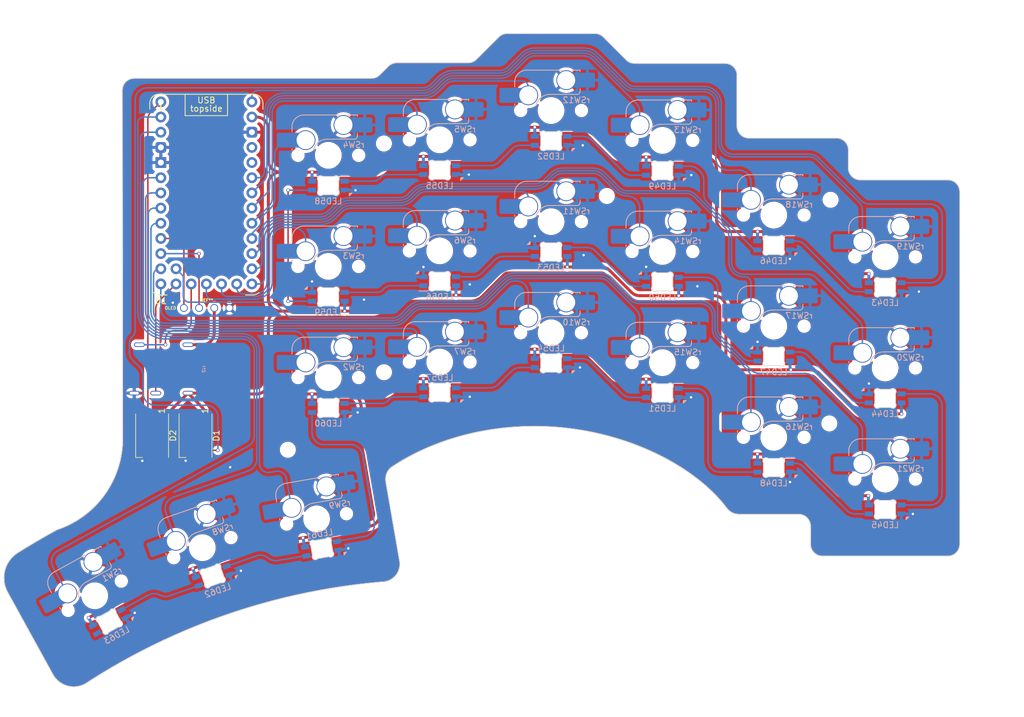
<source format=kicad_pcb>
(kicad_pcb (version 20240108) (generator "pcbnew") (generator_version "8.0")
  (title_block (title "Corne") (date "2023-10-22") (rev "4.0.0") (company "foostan"))
  (layers (0 "F.Cu" signal) (31 "B.Cu" signal) (34 "B.Paste" user) (35 "F.Paste" user) (36 "B.SilkS" user "B.Silkscreen") (37 "F.SilkS" user "F.Silkscreen") (38 "B.Mask" user) (39 "F.Mask" user) (44 "Edge.Cuts" user))
  (net 0 "")
  (net 1 "GNDR")
  (net 2 "+5VR")
  (net 3 "/right/TX")
  (net 4 "/right/RX")
  (net 5 "/right/LED")
  (net 6 "/right/KEY1")
  (net 7 "/right/KEY2")
  (net 8 "/right/KEY3")
  (net 9 "/right/KEY4")
  (net 10 "/right/KEY5")
  (net 11 "/right/KEY6")
  (net 12 "/right/KEY7")
  (net 13 "/right/KEY8")
  (net 14 "/right/KEY9")
  (net 15 "/right/KEY10")
  (net 16 "/right/KEY11")
  (net 17 "/right/KEY12")
  (net 18 "/right/KEY13")
  (net 19 "/right/KEY14")
  (net 20 "/right/KEY15")
  (net 21 "/right/KEY16")
  (net 22 "/right/KEY17")
  (net 23 "/right/KEY18")
  (net 24 "/right/KEY19")
  (net 25 "/right/KEY20")
  (net 26 "/right/KEY21")
  (net 28 "/right/SDA")
  (net 29 "/right/SCL")
  (net 30 "Net-(LED43-DOUT)")
  (net 31 "Net-(LED46-DOUT)")
  (net 32 "Net-(LED49-DOUT)")
  (net 33 "Net-(LED52-DOUT)")
  (net 34 "Net-(LED55-DOUT)")
  (net 35 "Net-(LED44-DIN)")
  (net 36 "Net-(LED47-DIN)")
  (net 37 "Net-(LED50-DIN)")
  (net 38 "Net-(LED53-DIN)")
  (net 39 "Net-(LED56-DIN)")
  (net 40 "Net-(LED58-DOUT)")
  (net 41 "Net-(LED44-DOUT)")
  (net 42 "Net-(LED45-DOUT)")
  (net 43 "Net-(LED48-DOUT)")
  (net 44 "Net-(LED51-DOUT)")
  (net 45 "Net-(LED54-DOUT)")
  (net 46 "Net-(LED57-DOUT)")
  (net 47 "Net-(LED60-DOUT)")
  (net 48 "Net-(LED61-DOUT)")
  (net 49 "Net-(LED62-DOUT)")
  (net 51 "Net-(D1-DIN)")
  (net 52 "Net-(D1-DOUT)")
  (footprint "various:rp2040promicro" (layer "F.Cu") (at 248.603751 129.827802 -1.776356839e-15)
    (property "Reference" "U1")
    (property "Value" "rp2040")
  )
  (footprint "MountingHole:MountingHole_2.2mm_M2" (layer "F.Cu") (at 262.24583 171.552791)
    (property "Reference" "REF**")
    (property "Value" "MountingHole_2.2mm_M2")
  )
  (footprint "MountingHole:MountingHole_2.2mm_M2" (layer "F.Cu") (at 315.63583 129.072791)
    (property "Reference" "REF**")
    (property "Value" "MountingHole_2.2mm_M2")
  )
  (footprint "LED_SMD:LED_WS2812B_PLCC4_5.0x5.0mm_P3.2mm" (layer "F.Cu") (at 246.78583 169.192791 -90)
    (property "Reference" "D1")
    (property "Value" "WS2812B")
  )
  (footprint "kbd_local:OLED" (layer "F.Cu") (at 248.653754 147.817805 -1.776356839e-15)
    (property "Reference" "rJ3")
    (property "Value" "Conn_01x04" (hide yes))
  )
  (footprint "MountingHole:MountingHole_2.2mm_M2" (layer "F.Cu") (at 352.87583 167.142791)
    (property "Reference" "REF**")
    (property "Value" "MountingHole_2.2mm_M2")
  )
  (footprint "MountingHole:MountingHole_2.2mm_M2" (layer "F.Cu") (at 353.08583 129.712791)
    (property "Reference" "REF**")
    (property "Value" "MountingHole_2.2mm_M2")
  )
  (footprint "MountingHole:MountingHole_2.2mm_M2" (layer "F.Cu") (at 278.32583 120.292791)
    (property "Reference" "REF**")
    (property "Value" "MountingHole_2.2mm_M2")
  )
  (footprint "LED_SMD:LED_WS2812B_PLCC4_5.0x5.0mm_P3.2mm" (layer "F.Cu") (at 239.52583 169.192791 -90)
    (property "Reference" "D2")
    (property "Value" "WS2812B")
  )
  (footprint "MountingHole:MountingHole_2.2mm_M2" (layer "F.Cu") (at 278.33583 158.572791)
    (property "Reference" "REF**")
    (property "Value" "MountingHole_2.2mm_M2")
  )
  (footprint "PCM_marbastlib-mx:SW_MX_HS_CPG151101S11_1u" (layer "B.Cu") (at 343.580419 150.862378 180)
    (property "Reference" "rSW17")
    (property "Value" "SW_Push")
  )
  (footprint "PCM_marbastlib-mx:SW_MX_HS_CPG151101S11_1u" (layer "B.Cu") (at 324.940419 156.962374 180)
    (property "Reference" "rSW15")
    (property "Value" "SW_Push")
  )
  (footprint "kbd_local:ST-0277D00-052-142" (layer "B.Cu") (at 234.133753 158.017804 -90)
    (property "Reference" "rJ2")
    (property "Value" "ST-0277D00-052-142")
  )
  (footprint "PCM_marbastlib-mx:SW_MX_HS_CPG151101S11_1u" (layer "B.Cu") (at 267.053618 183.121751 -170.17)
    (property "Reference" "rSW9")
    (property "Value" "SW_Push")
  )
  (footprint "PCM_marbastlib-mx:LED_MX_6028R-ROT" (layer "B.Cu") (at 287.660417 143.342371 180)
    (property "Reference" "LED56")
    (property "Value" "MX_SK6812MINI-E")
    (fp_line (start 1.699999 0.702841) (end 1.699999 -0.702843) (stroke (width 0.1)) (layer "Edge.Cuts"))
    (fp_line (start 0.794453 -1.5) (end -0.794452 -1.5) (stroke (width 0.1)) (layer "Edge.Cuts"))
    (fp_line (start -0.794452 1.499999) (end 0.794452 1.499999) (stroke (width 0.1)) (layer "Edge.Cuts"))
    (fp_line (start -1.699999 -0.702843) (end -1.699999 0.702841) (stroke (width 0.1)) (layer "Edge.Cuts"))
    (fp_arc (start 1.749484 0.919719) (mid 1.712534 0.814065) (end 1.699999 0.702841) (stroke (width 0.1)) (layer "Edge.Cuts"))
    (fp_arc (start 1.749483 0.919719) (mid 1.638072 1.504036) (end 1.046711 1.568296) (stroke (width 0.1)) (layer "Edge.Cuts"))
    (fp_arc (start 1.699999 -0.702844) (mid 1.712537 -0.814067) (end 1.749484 -0.919721) (stroke (width 0.1)) (layer "Edge.Cuts"))
    (fp_arc (start 1.046712 -1.568299) (mid 1.638071 -1.504035) (end 1.749484 -0.919721) (stroke (width 0.1)) (layer "Edge.Cuts"))
    (fp_arc (start 1.046712 -1.568299) (mid 0.925124 -1.517377) (end 0.794453 -1.5) (stroke (width 0.1)) (layer "Edge.Cuts"))
    (fp_arc (start 0.794452 1.499999) (mid 0.925123 1.517375) (end 1.046711 1.568296) (stroke (width 0.1)) (layer "Edge.Cuts"))
    (fp_arc (start -0.794453 -1.500001) (mid -0.925123 -1.517378) (end -1.046711 -1.5683) (stroke (width 0.1)) (layer "Edge.Cuts"))
    (fp_arc (start -1.04671 1.568298) (mid -0.925122 1.517376) (end -0.794452 1.499999) (stroke (width 0.1)) (layer "Edge.Cuts"))
    (fp_arc (start -1.04671 1.568296) (mid -1.638071 1.504033) (end -1.749485 0.919718) (stroke (width 0.1)) (layer "Edge.Cuts"))
    (fp_arc (start -1.699999 0.702842) (mid -1.712527 0.814067) (end -1.749485 0.919718) (stroke (width 0.1)) (layer "Edge.Cuts"))
    (fp_arc (start -1.749484 -0.919721) (mid -1.638071 -1.504036) (end -1.046711 -1.5683) (stroke (width 0.1)) (layer "Edge.Cuts"))
    (fp_arc (start -1.749484 -0.919721) (mid -1.712527 -0.814069) (end -1.699999 -0.702843) (stroke (width 0.1)) (layer "Edge.Cuts"))
  )
  (footprint "PCM_marbastlib-mx:SW_MX_HS_CPG151101S11_1u" (layer "B.Cu") (at 306.30042 151.962374 180)
    (property "Reference" "rSW10")
    (property "Value" "SW_Push")
  )
  (footprint "PCM_marbastlib-mx:SW_MX_HS_CPG151101S11_1u" (layer "B.Cu") (at 306.300421 133.362377 180)
    (property "Reference" "rSW11")
    (property "Value" "SW_Push")
  )
  (footprint "PCM_marbastlib-mx:SW_MX_HS_CPG151101S11_1u" (layer "B.Cu") (at 343.580419 169.462378 180)
    (property "Reference" "rSW16")
    (property "Value" "SW_Push")
  )
  (footprint "PCM_marbastlib-mx:LED_MX_6028R" (layer "B.Cu") (at 287.660417 156.862378 180)
    (property "Reference" "LED57")
    (property "Value" "MX_SK6812MINI-E")
    (fp_line (start 1.699999 -4.377157) (end 1.699999 -5.782841) (stroke (width 0.1)) (layer "Edge.Cuts"))
    (fp_line (start 0.794452 -6.579999) (end -0.794452 -6.579999) (stroke (width 0.1)) (layer "Edge.Cuts"))
    (fp_line (start -0.794453 -3.58) (end 0.794452 -3.58) (stroke (width 0.1)) (layer "Edge.Cuts"))
    (fp_line (start -1.699999 -5.782841) (end -1.699999 -4.377157) (stroke (width 0.1)) (layer "Edge.Cuts"))
    (fp_arc (start 1.749484 -4.160279) (mid 1.712526 -4.265931) (end 1.699999 -4.377157) (stroke (width 0.1)) (layer "Edge.Cuts"))
    (fp_arc (start 1.749484 -4.160279) (mid 1.638072 -3.575964) (end 1.046711 -3.5117) (stroke (width 0.1)) (layer "Edge.Cuts"))
    (fp_arc (start 1.699999 -5.782842) (mid 1.712519 -5.89407) (end 1.749484 -5.999719) (stroke (width 0.1)) (layer "Edge.Cuts"))
    (fp_arc (start 1.046711 -6.648296) (mid 1.638069 -6.584034) (end 1.749484 -5.999719) (stroke (width 0.1)) (layer "Edge.Cuts"))
    (fp_arc (start 1.04671 -6.648298) (mid 0.925122 -6.597376) (end 0.794452 -6.579999) (stroke (width 0.1)) (layer "Edge.Cuts"))
    (fp_arc (start 0.794453 -3.579999) (mid 0.925123 -3.562622) (end 1.046711 -3.5117) (stroke (width 0.1)) (layer "Edge.Cuts"))
    (fp_arc (start -0.794452 -6.579999) (mid -0.925123 -6.597376) (end -1.046711 -6.648298) (stroke (width 0.1)) (layer "Edge.Cuts"))
    (fp_arc (start -1.046711 -3.511701) (mid -0.925123 -3.562623) (end -0.794453 -3.58) (stroke (width 0.1)) (layer "Edge.Cuts"))
    (fp_arc (start -1.046711 -3.511701) (mid -1.638071 -3.575964) (end -1.749484 -4.160279) (stroke (width 0.1)) (layer "Edge.Cuts"))
    (fp_arc (start -1.699999 -4.377156) (mid -1.712527 -4.265931) (end -1.749484 -4.160279) (stroke (width 0.1)) (layer "Edge.Cuts"))
    (fp_arc (start -1.749484 -5.999718) (mid -1.638072 -6.584034) (end -1.046711 -6.648298) (stroke (width 0.1)) (layer "Edge.Cuts"))
    (fp_arc (start -1.749484 -5.999719) (mid -1.712527 -5.894067) (end -1.699999 -5.782841) (stroke (width 0.1)) (layer "Edge.Cuts"))
  )
  (footprint "PCM_marbastlib-mx:SW_MX_HS_CPG151101S11_1u" (layer "B.Cu") (at 343.580421 132.262374 180)
    (property "Reference" "rSW18")
    (property "Value" "SW_Push")
  )
  (footprint "PCM_marbastlib-mx:SW_MX_HS_CPG151101S11_1u" (layer "B.Cu") (at 362.220423 139.262373 180)
    (property "Reference" "rSW19")
    (property "Value" "SW_Push")
  )
  (footprint "PCM_marbastlib-mx:LED_MX_6028R" (layer "B.Cu") (at 269.020419 164.542377 180)
    (property "Reference" "LED60")
    (property "Value" "MX_SK6812MINI-E")
    (fp_line (start 1.699999 0.702842) (end 1.699999 -0.70284) (stroke (width 0.1)) (layer "Edge.Cuts"))
    (fp_line (start 0.794452 -1.499999) (end -0.794451 -1.5) (stroke (width 0.1)) (layer "Edge.Cuts"))
    (fp_line (start -0.794453 1.5) (end 0.794452 1.5) (stroke (width 0.1)) (layer "Edge.Cuts"))
    (fp_line (start -1.699998 -0.702838) (end -1.699999 0.702841) (stroke (width 0.1)) (layer "Edge.Cuts"))
    (fp_arc (start 1.749484 0.91972) (mid 1.712541 0.814066) (end 1.699999 0.702842) (stroke (width 0.1)) (layer "Edge.Cuts"))
    (fp_arc (start 1.749484 0.91972) (mid 1.638073 1.504036) (end 1.046712 1.5683) (stroke (width 0.1)) (layer "Edge.Cuts"))
    (fp_arc (start 1.7 -0.702841) (mid 1.712537 -0.814064) (end 1.749485 -0.919718) (stroke (width 0.1)) (layer "Edge.Cuts"))
    (fp_arc (start 1.04671 -1.568296) (mid 1.638074 -1.504032) (end 1.749485 -0.919718) (stroke (width 0.1)) (layer "Edge.Cuts"))
    (fp_arc (start 1.046709 -1.568297) (mid 0.925122 -1.517376) (end 0.794452 -1.499999) (stroke (width 0.1)) (layer "Edge.Cuts"))
    (fp_arc (start 0.794455 1.500001) (mid 0.925124 1.51738) (end 1.046712 1.5683) (stroke (width 0.1)) (layer "Edge.Cuts"))
    (fp_arc (start -0.794451 -1.5) (mid -0.925121 -1.517377) (end -1.04671 -1.568297) (stroke (width 0.1)) (layer "Edge.Cuts"))
    (fp_arc (start -1.046712 1.568299) (mid -0.925124 1.517377) (end -0.794453 1.5) (stroke (width 0.1)) (layer "Edge.Cuts"))
    (fp_arc (start -1.046712 1.568299) (mid -1.638069 1.504033) (end -1.749485 0.919722) (stroke (width 0.1)) (layer "Edge.Cuts"))
    (fp_arc (start -1.699998 0.702843) (mid -1.712526 0.81407) (end -1.749485 0.919722) (stroke (width 0.1)) (layer "Edge.Cuts"))
    (fp_arc (start -1.749483 -0.919718) (mid -1.638071 -1.504033) (end -1.04671 -1.568297) (stroke (width 0.1)) (layer "Edge.Cuts"))
    (fp_arc (start -1.749483 -0.919719) (mid -1.712526 -0.814065) (end -1.699998 -0.702838) (stroke (width 0.1)) (layer "Edge.Cuts"))
  )
  (footprint "PCM_marbastlib-mx:SW_MX_HS_CPG151101S11_1u" (layer "B.Cu") (at 269.020422 122.262377 180)
    (property "Reference" "rSW4")
    (property "Value" "SW_Push")
  )
  (footprint "PCM_marbastlib-mx:SW_MX_HS_CPG151101S11_1u" (layer "B.Cu") (at 287.660419 138.262376 180)
    (property "Reference" "rSW6")
    (property "Value" "SW_Push")
  )
  (footprint "PCM_marbastlib-mx:LED_MX_6028R" (layer "B.Cu") (at 249.663754 192.667807 -160.67)
    (property "Reference" "LED62")
    (property "Value" "MX_SK6812MINI-E")
    (fp_line (start 1.699998 0.702842) (end 1.699999 -0.702841) (stroke (width 0.1)) (layer "Edge.Cuts"))
    (fp_line (start 0.794452 -1.5) (end -0.794451 -1.5) (stroke (width 0.1)) (layer "Edge.Cuts"))
    (fp_line (start -0.794453 1.5) (end 0.794451 1.5) (stroke (width 0.1)) (layer "Edge.Cuts"))
    (fp_line (start -1.699998 -0.702842) (end -1.700001 0.702843) (stroke (width 0.1)) (layer "Edge.Cuts"))
    (fp_arc (start 1.749485 0.91972) (mid 1.712541 0.814065) (end 1.699998 0.702842) (stroke (width 0.1)) (layer "Edge.Cuts"))
    (fp_arc (start 1.749485 0.91972) (mid 1.638073 1.504037) (end 1.046711 1.568301) (stroke (width 0.1)) (layer "Edge.Cuts"))
    (fp_arc (start 1.699999 -0.702841) (mid 1.712543 -0.814063) (end 1.749485 -0.919718) (stroke (width 0.1)) (layer "Edge.Cuts"))
    (fp_arc (start 0.794451 1.500003) (mid 0.925122 1.517382) (end 1.046711 1.568301) (stroke (width 0.1)) (layer "Edge.Cuts"))
    (fp_arc (start 1.04671 -1.568295) (mid 1.638069 -1.504034) (end 1.749485 -0.919718) (stroke (width 0.1)) (layer "Edge.Cuts"))
    (fp_arc (start 1.046711 -1.568297) (mid 0.925122 -1.517379) (end 0.794452 -1.5) (stroke (width 0.1)) (layer "Edge.Cuts"))
    (fp_arc (start -1.046711 1.568298) (mid -0.925124 1.517376) (end -0.794453 1.5) (stroke (width 0.1)) (layer "Edge.Cuts"))
    (fp_arc (start -1.046711 1.568298) (mid -1.638069 1.504034) (end -1.749483 0.919723) (stroke (width 0.1)) (layer "Edge.Cuts"))
    (fp_arc (start -0.794451 -1.5) (mid -0.925123 -1.517376) (end -1.046712 -1.568299) (stroke (width 0.1)) (layer "Edge.Cuts"))
    (fp_arc (start -1.7 0.702843) (mid -1.712528 0.81407) (end -1.749483 0.919723) (stroke (width 0.1)) (layer "Edge.Cuts"))
    (fp_arc (start -1.749485 -0.919718) (mid -1.638072 -1.504033) (end -1.046712 -1.568299) (stroke (width 0.1)) (layer "Edge.Cuts"))
    (fp_arc (start -1.749485 -0.919718) (mid -1.712528 -0.814067) (end -1.699998 -0.702842) (stroke (width 0.1)) (layer "Edge.Cuts"))
  )
  (footprint "PCM_marbastlib-mx:LED_MX_6028R" (layer "B.Cu") (at 232.363756 200.317804 -151.17)
    (property "Reference" "LED63")
    (property "Value" "MX_SK6812MINI-E")
    (fp_line (start 1.699999 0.702842) (end 1.699999 -0.70284) (stroke (width 0.1)) (layer "Edge.Cuts"))
    (fp_line (start -0.794452 1.5) (end 0.794454 1.5) (stroke (width 0.1)) (layer "Edge.Cuts"))
    (fp_line (start 0.794452 -1.5) (end -0.794453 -1.499999) (stroke (width 0.1)) (layer "Edge.Cuts"))
    (fp_line (start -1.699999 -0.702842) (end -1.699999 0.702843) (stroke (width 0.1)) (layer "Edge.Cuts"))
    (fp_arc (start 1.749486 0.919722) (mid 1.712541 0.814067) (end 1.699999 0.702842) (stroke (width 0.1)) (layer "Edge.Cuts"))
    (fp_arc (start 1.749486 0.919722) (mid 1.638071 1.504038) (end 1.046711 1.5683) (stroke (width 0.1)) (layer "Edge.Cuts"))
    (fp_arc (start 0.794453 1.500002) (mid 0.925124 1.517378) (end 1.046711 1.5683) (stroke (width 0.1)) (layer "Edge.Cuts"))
    (fp_arc (start 1.699999 -0.702841) (mid 1.71254 -0.814065) (end 1.749485 -0.91972) (stroke (width 0.1)) (layer "Edge.Cuts"))
    (fp_arc (start 1.046711 -1.568296) (mid 1.63807 -1.504034) (end 1.749485 -0.91972) (stroke (width 0.1)) (layer "Edge.Cuts"))
    (fp_arc (start 1.046708 -1.568297) (mid 0.925121 -1.517379) (end 0.794452 -1.5) (stroke (width 0.1)) (layer "Edge.Cuts"))
    (fp_arc (start -1.046709 1.568298) (mid -0.925121 1.517378) (end -0.794452 1.5) (stroke (width 0.1)) (layer "Edge.Cuts"))
    (fp_arc (start -1.046709 1.568298) (mid -1.638067 1.504035) (end -1.749484 0.919721) (stroke (width 0.1)) (layer "Edge.Cuts"))
    (fp_arc (start -1.699996 0.702843) (mid -1.712521 0.814071) (end -1.749484 0.919721) (stroke (width 0.1)) (layer "Edge.Cuts"))
    (fp_arc (start -0.794453 -1.499999) (mid -0.925122 -1.517376) (end -1.046709 -1.568298) (stroke (width 0.1)) (layer "Edge.Cuts"))
    (fp_arc (start -1.749482 -0.919718) (mid -1.712526 -0.814066) (end -1.699999 -0.702842) (stroke (width 0.1)) (layer "Edge.Cuts"))
    (fp_arc (start -1.749481 -0.91972) (mid -1.638069 -1.504035) (end -1.046709 -1.568298) (stroke (width 0.1)) (layer "Edge.Cuts"))
  )
  (footprint "PCM_marbastlib-mx:SW_MX_HS_CPG151101S11_1u" (layer "B.Cu") (at 269.02042 140.862375 180)
    (property "Reference" "rSW3")
    (property "Value" "SW_Push")
  )
  (footprint "PCM_marbastlib-mx:SW_MX_HS_CPG151101S11_1u" (layer "B.Cu") (at 229.915995 195.982912 -151.17)
    (property "Reference" "rSW1")
    (property "Value" "SW_Push")
  )
  (footprint "PCM_marbastlib-mx:LED_MX_6028R" (layer "B.Cu") (at 362.220422 144.342378 180)
    (property "Reference" "LED43")
    (property "Value" "MX_SK6812MINI-E")
    (fp_line (start 1.699999 0.702842) (end 1.699999 -0.70284) (stroke (width 0.1)) (layer "Edge.Cuts"))
    (fp_line (start 0.794452 -1.499999) (end -0.794451 -1.5) (stroke (width 0.1)) (layer "Edge.Cuts"))
    (fp_line (start -0.794453 1.5) (end 0.794452 1.5) (stroke (width 0.1)) (layer "Edge.Cuts"))
    (fp_line (start -1.699998 -0.702838) (end -1.699999 0.702841) (stroke (width 0.1)) (layer "Edge.Cuts"))
    (fp_arc (start 1.749484 0.91972) (mid 1.712541 0.814066) (end 1.699999 0.702842) (stroke (width 0.1)) (layer "Edge.Cuts"))
    (fp_arc (start 1.749484 0.91972) (mid 1.638073 1.504036) (end 1.046712 1.5683) (stroke (width 0.1)) (layer "Edge.Cuts"))
    (fp_arc (start 1.7 -0.702841) (mid 1.712537 -0.814064) (end 1.749485 -0.919718) (stroke (width 0.1)) (layer "Edge.Cuts"))
    (fp_arc (start 1.04671 -1.568296) (mid 1.638074 -1.504032) (end 1.749485 -0.919718) (stroke (width 0.1)) (layer "Edge.Cuts"))
    (fp_arc (start 1.046709 -1.568297) (mid 0.925122 -1.517376) (end 0.794452 -1.499999) (stroke (width 0.1)) (layer "Edge.Cuts"))
    (fp_arc (start 0.794455 1.500001) (mid 0.925124 1.51738) (end 1.046712 1.5683) (stroke (width 0.1)) (layer "Edge.Cuts"))
    (fp_arc (start -0.794451 -1.5) (mid -0.925121 -1.517377) (end -1.04671 -1.568297) (stroke (width 0.1)) (layer "Edge.Cuts"))
    (fp_arc (start -1.046712 1.568299) (mid -0.925124 1.517377) (end -0.794453 1.5) (stroke (width 0.1)) (layer "Edge.Cuts"))
    (fp_arc (start -1.046712 1.568299) (mid -1.638069 1.504033) (end -1.749485 0.919722) (stroke (width 0.1)) (layer "Edge.Cuts"))
    (fp_arc (start -1.699998 0.702843) (mid -1.712526 0.81407) (end -1.749485 0.919722) (stroke (width 0.1)) (layer "Edge.Cuts"))
    (fp_arc (start -1.749483 -0.919718) (mid -1.638071 -1.504033) (end -1.04671 -1.568297) (stroke (width 0.1)) (layer "Edge.Cuts"))
    (fp_arc (start -1.749483 -0.919719) (mid -1.712526 -0.814065) (end -1.699998 -0.702838) (stroke (width 0.1)) (layer "Edge.Cuts"))
  )
  (footprint "PCM_marbastlib-mx:LED_MX_6028R" (layer "B.Cu") (at 269.020419 127.342377 180)
    (property "Reference" "LED58")
    (property "Value" "MX_SK6812MINI-E")
    (fp_line (start 1.699999 0.702842) (end 1.699999 -0.70284) (stroke (width 0.1)) (layer "Edge.Cuts"))
    (fp_line (start 0.794452 -1.499999) (end -0.794451 -1.5) (stroke (width 0.1)) (layer "Edge.Cuts"))
    (fp_line (start -0.794453 1.5) (end 0.794452 1.5) (stroke (width 0.1)) (layer "Edge.Cuts"))
    (fp_line (start -1.699998 -0.702838) (end -1.699999 0.702841) (stroke (width 0.1)) (layer "Edge.Cuts"))
    (fp_arc (start 1.749484 0.91972) (mid 1.712541 0.814066) (end 1.699999 0.702842) (stroke (width 0.1)) (layer "Edge.Cuts"))
    (fp_arc (start 1.749484 0.91972) (mid 1.638073 1.504036) (end 1.046712 1.5683) (stroke (width 0.1)) (layer "Edge.Cuts"))
    (fp_arc (start 1.7 -0.702841) (mid 1.712537 -0.814064) (end 1.749485 -0.919718) (stroke (width 0.1)) (layer "Edge.Cuts"))
    (fp_arc (start 1.04671 -1.568296) (mid 1.638074 -1.504032) (end 1.749485 -0.919718) (stroke (width 0.1)) (layer "Edge.Cuts"))
    (fp_arc (start 1.046709 -1.568297) (mid 0.925122 -1.517376) (end 0.794452 -1.499999) (stroke (width 0.1)) (layer "Edge.Cuts"))
    (fp_arc (start 0.794455 1.500001) (mid 0.925124 1.51738) (end 1.046712 1.5683) (stroke (width 0.1)) (layer "Edge.Cuts"))
    (fp_arc (start -0.794451 -1.5) (mid -0.925121 -1.517377) (end -1.04671 -1.568297) (stroke (width 0.1)) (layer "Edge.Cuts"))
    (fp_arc (start -1.046712 1.568299) (mid -0.925124 1.517377) (end -0.794453 1.5) (stroke (width 0.1)) (layer "Edge.Cuts"))
    (fp_arc (start -1.046712 1.568299) (mid -1.638069 1.504033) (end -1.749485 0.919722) (stroke (width 0.1)) (layer "Edge.Cuts"))
    (fp_arc (start -1.699998 0.702843) (mid -1.712526 0.81407) (end -1.749485 0.919722) (stroke (width 0.1)) (layer "Edge.Cuts"))
    (fp_arc (start -1.749483 -0.919718) (mid -1.638071 -1.504033) (end -1.04671 -1.568297) (stroke (width 0.1)) (layer "Edge.Cuts"))
    (fp_arc (start -1.749483 -0.919719) (mid -1.712526 -0.814065) (end -1.699998 -0.702838) (stroke (width 0.1)) (layer "Edge.Cuts"))
  )
  (footprint "PCM_marbastlib-mx:LED_MX_6028R-ROT" (layer "B.Cu") (at 269.020417 145.942372 180)
    (property "Reference" "LED59")
    (property "Value" "MX_SK6812MINI-E")
    (fp_line (start 1.699999 0.702841) (end 1.699999 -0.702843) (stroke (width 0.1)) (layer "Edge.Cuts"))
    (fp_line (start 0.794453 -1.5) (end -0.794452 -1.5) (stroke (width 0.1)) (layer "Edge.Cuts"))
    (fp_line (start -0.794452 1.499999) (end 0.794452 1.499999) (stroke (width 0.1)) (layer "Edge.Cuts"))
    (fp_line (start -1.699999 -0.702843) (end -1.699999 0.702841) (stroke (width 0.1)) (layer "Edge.Cuts"))
    (fp_arc (start 1.749484 0.919719) (mid 1.712534 0.814065) (end 1.699999 0.702841) (stroke (width 0.1)) (layer "Edge.Cuts"))
    (fp_arc (start 1.749483 0.919719) (mid 1.638072 1.504036) (end 1.046711 1.568296) (stroke (width 0.1)) (layer "Edge.Cuts"))
    (fp_arc (start 1.699999 -0.702844) (mid 1.712537 -0.814067) (end 1.749484 -0.919721) (stroke (width 0.1)) (layer "Edge.Cuts"))
    (fp_arc (start 1.046712 -1.568299) (mid 1.638071 -1.504035) (end 1.749484 -0.919721) (stroke (width 0.1)) (layer "Edge.Cuts"))
    (fp_arc (start 1.046712 -1.568299) (mid 0.925124 -1.517377) (end 0.794453 -1.5) (stroke (width 0.1)) (layer "Edge.Cuts"))
    (fp_arc (start 0.794452 1.499999) (mid 0.925123 1.517375) (end 1.046711 1.568296) (stroke (width 0.1)) (layer "Edge.Cuts"))
    (fp_arc (start -0.794453 -1.500001) (mid -0.925123 -1.517378) (end -1.046711 -1.5683) (stroke (width 0.1)) (layer "Edge.Cuts"))
    (fp_arc (start -1.04671 1.568298) (mid -0.925122 1.517376) (end -0.794452 1.499999) (stroke (width 0.1)) (layer "Edge.Cuts"))
    (fp_arc (start -1.04671 1.568296) (mid -1.638071 1.504033) (end -1.749485 0.919718) (stroke (width 0.1)) (layer "Edge.Cuts"))
    (fp_arc (start -1.699999 0.702842) (mid -1.712527 0.814067) (end -1.749485 0.919718) (stroke (width 0.1)) (layer "Edge.Cuts"))
    (fp_arc (start -1.749484 -0.919721) (mid -1.638071 -1.504036) (end -1.046711 -1.5683) (stroke (width 0.1)) (layer "Edge.Cuts"))
    (fp_arc (start -1.749484 -0.919721) (mid -1.712527 -0.814069) (end -1.699999 -0.702843) (stroke (width 0.1)) (layer "Edge.Cuts"))
  )
  (footprint "PCM_marbastlib-mx:SW_MX_HS_CPG151101S11_1u" (layer "B.Cu") (at 324.94042 119.762375 180)
    (property "Reference" "rSW13")
    (property "Value" "SW_Push")
  )
  (footprint "PCM_marbastlib-mx:LED_MX_6028R-ROT" (layer "B.Cu") (at 343.58042 155.942377 180)
    (property "Reference" "LED47")
    (property "Value" "MX_SK6812MINI-E")
    (fp_line (start 1.699999 0.702841) (end 1.699999 -0.702843) (stroke (width 0.1)) (layer "Edge.Cuts"))
    (fp_line (start 0.794453 -1.5) (end -0.794452 -1.5) (stroke (width 0.1)) (layer "Edge.Cuts"))
    (fp_line (start -0.794452 1.499999) (end 0.794452 1.499999) (stroke (width 0.1)) (layer "Edge.Cuts"))
    (fp_line (start -1.699999 -0.702843) (end -1.699999 0.702841) (stroke (width 0.1)) (layer "Edge.Cuts"))
    (fp_arc (start 1.749484 0.919719) (mid 1.712534 0.814065) (end 1.699999 0.702841) (stroke (width 0.1)) (layer "Edge.Cuts"))
    (fp_arc (start 1.749483 0.919719) (mid 1.638072 1.504036) (end 1.046711 1.568296) (stroke (width 0.1)) (layer "Edge.Cuts"))
    (fp_arc (start 1.699999 -0.702844) (mid 1.712537 -0.814067) (end 1.749484 -0.919721) (stroke (width 0.1)) (layer "Edge.Cuts"))
    (fp_arc (start 1.046712 -1.568299) (mid 1.638071 -1.504035) (end 1.749484 -0.919721) (stroke (width 0.1)) (layer "Edge.Cuts"))
    (fp_arc (start 1.046712 -1.568299) (mid 0.925124 -1.517377) (end 0.794453 -1.5) (stroke (width 0.1)) (layer "Edge.Cuts"))
    (fp_arc (start 0.794452 1.499999) (mid 0.925123 1.517375) (end 1.046711 1.568296) (stroke (width 0.1)) (layer "Edge.Cuts"))
    (fp_arc (start -0.794453 -1.500001) (mid -0.925123 -1.517378) (end -1.046711 -1.5683) (stroke (width 0.1)) (layer "Edge.Cuts"))
    (fp_arc (start -1.04671 1.568298) (mid -0.925122 1.517376) (end -0.794452 1.499999) (stroke (width 0.1)) (layer "Edge.Cuts"))
    (fp_arc (start -1.04671 1.568296) (mid -1.638071 1.504033) (end -1.749485 0.919718) (stroke (width 0.1)) (layer "Edge.Cuts"))
    (fp_arc (start -1.699999 0.702842) (mid -1.712527 0.814067) (end -1.749485 0.919718) (stroke (width 0.1)) (layer "Edge.Cuts"))
    (fp_arc (start -1.749484 -0.919721) (mid -1.638071 -1.504036) (end -1.046711 -1.5683) (stroke (width 0.1)) (layer "Edge.Cuts"))
    (fp_arc (start -1.749484 -0.919721) (mid -1.712527 -0.814069) (end -1.699999 -0.702843) (stroke (width 0.1)) (layer "Edge.Cuts"))
  )
  (footprint "PCM_marbastlib-mx:LED_MX_6028R-ROT" (layer "B.Cu") (at 362.220423 162.942376 180)
    (property "Reference" "LED44")
    (property "Value" "MX_SK6812MINI-E")
    (fp_line (start 1.699999 0.702841) (end 1.699999 -0.702843) (stroke (width 0.1)) (layer "Edge.Cuts"))
    (fp_line (start 0.794453 -1.5) (end -0.794452 -1.5) (stroke (width 0.1)) (layer "Edge.Cuts"))
    (fp_line (start -0.794452 1.499999) (end 0.794452 1.499999) (stroke (width 0.1)) (layer "Edge.Cuts"))
    (fp_line (start -1.699999 -0.702843) (end -1.699999 0.702841) (stroke (width 0.1)) (layer "Edge.Cuts"))
    (fp_arc (start 1.749484 0.919719) (mid 1.712534 0.814065) (end 1.699999 0.702841) (stroke (width 0.1)) (layer "Edge.Cuts"))
    (fp_arc (start 1.749483 0.919719) (mid 1.638072 1.504036) (end 1.046711 1.568296) (stroke (width 0.1)) (layer "Edge.Cuts"))
    (fp_arc (start 1.699999 -0.702844) (mid 1.712537 -0.814067) (end 1.749484 -0.919721) (stroke (width 0.1)) (layer "Edge.Cuts"))
    (fp_arc (start 1.046712 -1.568299) (mid 1.638071 -1.504035) (end 1.749484 -0.919721) (stroke (width 0.1)) (layer "Edge.Cuts"))
    (fp_arc (start 1.046712 -1.568299) (mid 0.925124 -1.517377) (end 0.794453 -1.5) (stroke (width 0.1)) (layer "Edge.Cuts"))
    (fp_arc (start 0.794452 1.499999) (mid 0.925123 1.517375) (end 1.046711 1.568296) (stroke (width 0.1)) (layer "Edge.Cuts"))
    (fp_arc (start -0.794453 -1.500001) (mid -0.925123 -1.517378) (end -1.046711 -1.5683) (stroke (width 0.1)) (layer "Edge.Cuts"))
    (fp_arc (start -1.04671 1.568298) (mid -0.925122 1.517376) (end -0.794452 1.499999) (stroke (width 0.1)) (layer "Edge.Cuts"))
    (fp_arc (start -1.04671 1.568296) (mid -1.638071 1.504033) (end -1.749485 0.919718) (stroke (width 0.1)) (layer "Edge.Cuts"))
    (fp_arc (start -1.699999 0.702842) (mid -1.712527 0.814067) (end -1.749485 0.919718) (stroke (width 0.1)) (layer "Edge.Cuts"))
    (fp_arc (start -1.749484 -0.919721) (mid -1.638071 -1.504036) (end -1.046711 -1.5683) (stroke (width 0.1)) (layer "Edge.Cuts"))
    (fp_arc (start -1.749484 -0.919721) (mid -1.712527 -0.814069) (end -1.699999 -0.702843) (stroke (width 0.1)) (layer "Edge.Cuts"))
  )
  (footprint "PCM_marbastlib-mx:LED_MX_6028R" (layer "B.Cu") (at 362.22042 181.542372 180)
    (property "Reference" "LED45")
    (property "Value" "MX_SK6812MINI-E")
    (fp_line (start 1.699999 0.702842) (end 1.699999 -0.70284) (stroke (width 0.1)) (layer "Edge.Cuts"))
    (fp_line (start 0.794452 -1.499999) (end -0.794451 -1.5) (stroke (width 0.1)) (layer "Edge.Cuts"))
    (fp_line (start -0.794453 1.5) (end 0.794452 1.5) (stroke (width 0.1)) (layer "Edge.Cuts"))
    (fp_line (start -1.699998 -0.702838) (end -1.699999 0.702841) (stroke (width 0.1)) (layer "Edge.Cuts"))
    (fp_arc (start 1.749484 0.91972) (mid 1.712541 0.814066) (end 1.699999 0.702842) (stroke (width 0.1)) (layer "Edge.Cuts"))
    (fp_arc (start 1.749484 0.91972) (mid 1.638073 1.504036) (end 1.046712 1.5683) (stroke (width 0.1)) (layer "Edge.Cuts"))
    (fp_arc (start 1.7 -0.702841) (mid 1.712537 -0.814064) (end 1.749485 -0.919718) (stroke (width 0.1)) (layer "Edge.Cuts"))
    (fp_arc (start 1.04671 -1.568296) (mid 1.638074 -1.504032) (end 1.749485 -0.919718) (stroke (width 0.1)) (layer "Edge.Cuts"))
    (fp_arc (start 1.046709 -1.568297) (mid 0.925122 -1.517376) (end 0.794452 -1.499999) (stroke (width 0.1)) (layer "Edge.Cuts"))
    (fp_arc (start 0.794455 1.500001) (mid 0.925124 1.51738) (end 1.046712 1.5683) (stroke (width 0.1)) (layer "Edge.Cuts"))
    (fp_arc (start -0.794451 -1.5) (mid -0.925121 -1.517377) (end -1.04671 -1.568297) (stroke (width 0.1)) (layer "Edge.Cuts"))
    (fp_arc (start -1.046712 1.568299) (mid -0.925124 1.517377) (end -0.794453 1.5) (stroke (width 0.1)) (layer "Edge.Cuts"))
    (fp_arc (start -1.046712 1.568299) (mid -1.638069 1.504033) (end -1.749485 0.919722) (stroke (width 0.1)) (layer "Edge.Cuts"))
    (fp_arc (start -1.699998 0.702843) (mid -1.712526 0.81407) (end -1.749485 0.919722) (stroke (width 0.1)) (layer "Edge.Cuts"))
    (fp_arc (start -1.749483 -0.919718) (mid -1.638071 -1.504033) (end -1.04671 -1.568297) (stroke (width 0.1)) (layer "Edge.Cuts"))
    (fp_arc (start -1.749483 -0.919719) (mid -1.712526 -0.814065) (end -1.699998 -0.702838) (stroke (width 0.1)) (layer "Edge.Cuts"))
  )
  (footprint "PCM_marbastlib-mx:SW_MX_HS_CPG151101S11_1u" (layer "B.Cu") (at 269.020421 159.462375 180)
    (property "Reference" "rSW2")
    (property "Value" "SW_Push")
  )
  (footprint "PCM_marbastlib-mx:LED_MX_6028R" (layer "B.Cu") (at 324.940422 124.842375 180)
    (property "Reference" "LED49")
    (property "Value" "MX_SK6812MINI-E")
    (fp_line (start 1.699999 0.702842) (end 1.699999 -0.70284) (stroke (width 0.1)) (layer "Edge.Cuts"))
    (fp_line (start 0.794452 -1.499999) (end -0.794451 -1.5) (stroke (width 0.1)) (layer "Edge.Cuts"))
    (fp_line (start -0.794453 1.5) (end 0.794452 1.5) (stroke (width 0.1)) (layer "Edge.Cuts"))
    (fp_line (start -1.699998 -0.702838) (end -1.699999 0.702841) (stroke (width 0.1)) (layer "Edge.Cuts"))
    (fp_arc (start 1.749484 0.91972) (mid 1.712541 0.814066) (end 1.699999 0.702842) (stroke (width 0.1)) (layer "Edge.Cuts"))
    (fp_arc (start 1.749484 0.91972) (mid 1.638073 1.504036) (end 1.046712 1.5683) (stroke (width 0.1)) (layer "Edge.Cuts"))
    (fp_arc (start 1.7 -0.702841) (mid 1.712537 -0.814064) (end 1.749485 -0.919718) (stroke (width 0.1)) (layer "Edge.Cuts"))
    (fp_arc (start 1.04671 -1.568296) (mid 1.638074 -1.504032) (end 1.749485 -0.919718) (stroke (width 0.1)) (layer "Edge.Cuts"))
    (fp_arc (start 1.046709 -1.568297) (mid 0.925122 -1.517376) (end 0.794452 -1.499999) (stroke (width 0.1)) (layer "Edge.Cuts"))
    (fp_arc (start 0.794455 1.500001) (mid 0.925124 1.51738) (end 1.046712 1.5683) (stroke (width 0.1)) (layer "Edge.Cuts"))
    (fp_arc (start -0.794451 -1.5) (mid -0.925121 -1.517377) (end -1.04671 -1.568297) (stroke (width 0.1)) (layer "Edge.Cuts"))
    (fp_arc (start -1.046712 1.568299) (mid -0.925124 1.517377) (end -0.794453 1.5) (stroke (width 0.1)) (layer "Edge.Cuts"))
    (fp_arc (start -1.046712 1.568299) (mid -1.638069 1.504033) (end -1.749485 0.919722) (stroke (width 0.1)) (layer "Edge.Cuts"))
    (fp_arc (start -1.699998 0.702843) (mid -1.712526 0.81407) (end -1.749485 0.919722) (stroke (width 0.1)) (layer "Edge.Cuts"))
    (fp_arc (start -1.749483 -0.919718) (mid -1.638071 -1.504033) (end -1.04671 -1.568297) (stroke (width 0.1)) (layer "Edge.Cuts"))
    (fp_arc (start -1.749483 -0.919719) (mid -1.712526 -0.814065) (end -1.699998 -0.702838) (stroke (width 0.1)) (layer "Edge.Cuts"))
  )
  (footprint "PCM_marbastlib-mx:SW_MX_HS_CPG151101S11_1u" (layer "B.Cu") (at 247.930219 187.931611 -160.67)
    (property "Reference" "rSW8")
    (property "Value" "SW_Push")
  )
  (footprint "PCM_marbastlib-mx:LED_MX_6028R" (layer "B.Cu") (at 306.30042 151.962374 180)
    (property "Reference" "LED54")
    (property "Value" "MX_SK6812MINI-E")
    (fp_line (start 1.699999 -4.377156) (end 1.7 -5.78284) (stroke (width 0.1)) (layer "Edge.Cuts"))
    (fp_line (start 0.794451 -6.579999) (end -0.794452 -6.580001) (stroke (width 0.1)) (layer "Edge.Cuts"))
    (fp_line (start -0.794453 -3.58) (end 0.794451 -3.580001) (stroke (width 0.1)) (layer "Edge.Cuts"))
    (fp_line (start -1.7 -5.782841) (end -1.7 -4.377157) (stroke (width 0.1)) (layer "Edge.Cuts"))
    (fp_arc (start 1.749484 -4.16028) (mid 1.712541 -4.265933) (end 1.699999 -4.377156) (stroke (width 0.1)) (layer "Edge.Cuts"))
    (fp_arc (start 1.749484 -4.16028) (mid 1.63807 -3.575966) (end 1.046711 -3.5117) (stroke (width 0.1)) (layer "Edge.Cuts"))
    (fp_arc (start 1.699999 -5.782841) (mid 1.712522 -5.894068) (end 1.749484 -5.999719) (stroke (width 0.1)) (layer "Edge.Cuts"))
    (fp_arc (start 1.046712 -6.648295) (mid 1.638068 -6.584033) (end 1.749484 -5.999719) (stroke (width 0.1)) (layer "Edge.Cuts"))
    (fp_arc (start 1.046709 -6.648297) (mid 0.925121 -6.597377) (end 0.794451 -6.579999) (stroke (width 0.1)) (layer "Edge.Cuts"))
    (fp_arc (start 0.794452 -3.579999) (mid 0.925123 -3.562622) (end 1.046711 -3.5117) (stroke (width 0.1)) (layer "Edge.Cuts"))
    (fp_arc (start -0.794452 -6.580001) (mid -0.925122 -6.597378) (end -1.04671 -6.648299) (stroke (width 0.1)) (layer "Edge.Cuts"))
    (fp_arc (start -1.046711 -3.511702) (mid -0.925123 -3.562624) (end -0.794453 -3.58) (stroke (width 0.1)) (layer "Edge.Cuts"))
    (fp_arc (start -1.046711 -3.511702) (mid -1.638072 -3.575964) (end -1.749483 -4.16028) (stroke (width 0.1)) (layer "Edge.Cuts"))
    (fp_arc (start -1.700001 -4.377156) (mid -1.712529 -4.265932) (end -1.749483 -4.16028) (stroke (width 0.1)) (layer "Edge.Cuts"))
    (fp_arc (start -1.749484 -5.999718) (mid -1.638073 -6.584036) (end -1.04671 -6.648299) (stroke (width 0.1)) (layer "Edge.Cuts"))
    (fp_arc (start -1.749484 -5.999719) (mid -1.712527 -5.894067) (end -1.7 -5.782841) (stroke (width 0.1)) (layer "Edge.Cuts"))
  )
  (footprint "PCM_marbastlib-mx:SW_MX_HS_CPG151101S11_1u" (layer "B.Cu") (at 362.220419 176.462375 180)
    (property "Reference" "rSW21")
    (property "Value" "SW_Push")
  )
  (footprint "PCM_marbastlib-mx:LED_MX_6028R" (layer "B.Cu") (at 287.660418 124.742374 180)
    (property "Reference" "LED55")
    (property "Value" "MX_SK6812MINI-E")
    (fp_line (start 1.699999 0.702842) (end 1.699999 -0.70284) (stroke (width 0.1)) (layer "Edge.Cuts"))
    (fp_line (start 0.794452 -1.499999) (end -0.794451 -1.5) (stroke (width 0.1)) (layer "Edge.Cuts"))
    (fp_line (start -0.794453 1.5) (end 0.794452 1.5) (stroke (width 0.1)) (layer "Edge.Cuts"))
    (fp_line (start -1.699998 -0.702838) (end -1.699999 0.702841) (stroke (width 0.1)) (layer "Edge.Cuts"))
    (fp_arc (start 1.749484 0.91972) (mid 1.712541 0.814066) (end 1.699999 0.702842) (stroke (width 0.1)) (layer "Edge.Cuts"))
    (fp_arc (start 1.749484 0.91972) (mid 1.638073 1.504036) (end 1.046712 1.5683) (stroke (width 0.1)) (layer "Edge.Cuts"))
    (fp_arc (start 1.7 -0.702841) (mid 1.712537 -0.814064) (end 1.749485 -0.919718) (stroke (width 0.1)) (layer "Edge.Cuts"))
    (fp_arc (start 1.04671 -1.568296) (mid 1.638074 -1.504032) (end 1.749485 -0.919718) (stroke (width 0.1)) (layer "Edge.Cuts"))
    (fp_arc (start 1.046709 -1.568297) (mid 0.925122 -1.517376) (end 0.794452 -1.499999) (stroke (width 0.1)) (layer "Edge.Cuts"))
    (fp_arc (start 0.794455 1.500001) (mid 0.925124 1.51738) (end 1.046712 1.5683) (stroke (width 0.1)) (layer "Edge.Cuts"))
    (fp_arc (start -0.794451 -1.5) (mid -0.925121 -1.517377) (end -1.04671 -1.568297) (stroke (width 0.1)) (layer "Edge.Cuts"))
    (fp_arc (start -1.046712 1.568299) (mid -0.925124 1.517377) (end -0.794453 1.5) (stroke (width 0.1)) (layer "Edge.Cuts"))
    (fp_arc (start -1.046712 1.568299) (mid -1.638069 1.504033) (end -1.749485 0.919722) (stroke (width 0.1)) (layer "Edge.Cuts"))
    (fp_arc (start -1.699998 0.702843) (mid -1.712526 0.81407) (end -1.749485 0.919722) (stroke (width 0.1)) (layer "Edge.Cuts"))
    (fp_arc (start -1.749483 -0.919718) (mid -1.638071 -1.504033) (end -1.04671 -1.568297) (stroke (width 0.1)) (layer "Edge.Cuts"))
    (fp_arc (start -1.749483 -0.919719) (mid -1.712526 -0.814065) (end -1.699998 -0.702838) (stroke (width 0.1)) (layer "Edge.Cuts"))
  )
  (footprint "PCM_marbastlib-mx:SW_MX_HS_CPG151101S11_1u" (layer "B.Cu") (at 306.300419 114.762375 180)
    (property "Reference" "rSW12")
    (property "Value" "SW_Push")
  )
  (footprint "PCM_marbastlib-mx:LED_MX_6028R" (layer "B.Cu") (at 267.063618 183.091751 -170.17)
    (property "Reference" "LED61")
    (property "Value" "MX_SK6812MINI-E")
    (fp_line (start 1.699999 -4.377156) (end 1.699999 -5.782841) (stroke (width 0.1)) (layer "Edge.Cuts"))
    (fp_line (start 0.794452 -6.579999) (end -0.794452 -6.580001) (stroke (width 0.1)) (layer "Edge.Cuts"))
    (fp_line (start -0.794453 -3.58) (end 0.794452 -3.58) (stroke (width 0.1)) (layer "Edge.Cuts"))
    (fp_line (start -1.699999 -5.782841) (end -1.699999 -4.377157) (stroke (width 0.1)) (layer "Edge.Cuts"))
    (fp_arc (start 1.749484 -4.160279) (mid 1.712539 -4.265932) (end 1.699999 -4.377156) (stroke (width 0.1)) (layer "Edge.Cuts"))
    (fp_arc (start 1.749484 -4.160279) (mid 1.638072 -3.575963) (end 1.046711 -3.5117) (stroke (width 0.1)) (layer "Edge.Cuts"))
    (fp_arc (start 1.699998 -5.782842) (mid 1.712521 -5.894068) (end 1.749484 -5.999719) (stroke (width 0.1)) (layer "Edge.Cuts"))
    (fp_arc (start 0.794453 -3.579999) (mid 0.925122 -3.562622) (end 1.046711 -3.5117) (stroke (width 0.1)) (layer "Edge.Cuts"))
    (fp_arc (start 1.046711 -6.648296) (mid 1.63807 -6.584033) (end 1.749484 -5.999719) (stroke (width 0.1)) (layer "Edge.Cuts"))
    (fp_arc (start 1.04671 -6.648298) (mid 0.925122 -6.597377) (end 0.794452 -6.579999) (stroke (width 0.1)) (layer "Edge.Cuts"))
    (fp_arc (start -1.046712 -3.511701) (mid -0.925124 -3.562623) (end -0.794453 -3.58) (stroke (width 0.1)) (layer "Edge.Cuts"))
    (fp_arc (start -1.046712 -3.511701) (mid -1.638071 -3.575965) (end -1.749484 -4.160279) (stroke (width 0.1)) (layer "Edge.Cuts"))
    (fp_arc (start -0.794452 -6.580001) (mid -0.925123 -6.597376) (end -1.046711 -6.648298) (stroke (width 0.1)) (layer "Edge.Cuts"))
    (fp_arc (start -1.699999 -4.377156) (mid -1.712527 -4.265931) (end -1.749484 -4.160279) (stroke (width 0.1)) (layer "Edge.Cuts"))
    (fp_arc (start -1.749484 -5.999718) (mid -1.638073 -6.584034) (end -1.046711 -6.648298) (stroke (width 0.1)) (layer "Edge.Cuts"))
    (fp_arc (start -1.749484 -5.999719) (mid -1.712527 -5.894067) (end -1.699999 -5.782841) (stroke (width 0.1)) (layer "Edge.Cuts"))
  )
  (footprint "PCM_marbastlib-mx:LED_MX_6028R-ROT" (layer "B.Cu") (at 306.300421 138.442376 180)
    (property "Reference" "LED53")
    (property "Value" "MX_SK6812MINI-E")
    (fp_line (start 1.699999 0.702841) (end 1.699999 -0.702843) (stroke (width 0.1)) (layer "Edge.Cuts"))
    (fp_line (start 0.794453 -1.5) (end -0.794452 -1.5) (stroke (width 0.1)) (layer "Edge.Cuts"))
    (fp_line (start -0.794452 1.499999) (end 0.794452 1.499999) (stroke (width 0.1)) (layer "Edge.Cuts"))
    (fp_line (start -1.699999 -0.702843) (end -1.699999 0.702841) (stroke (width 0.1)) (layer "Edge.Cuts"))
    (fp_arc (start 1.749484 0.919719) (mid 1.712534 0.814065) (end 1.699999 0.702841) (stroke (width 0.1)) (layer "Edge.Cuts"))
    (fp_arc (start 1.749483 0.919719) (mid 1.638072 1.504036) (end 1.046711 1.568296) (stroke (width 0.1)) (layer "Edge.Cuts"))
    (fp_arc (start 1.699999 -0.702844) (mid 1.712537 -0.814067) (end 1.749484 -0.919721) (stroke (width 0.1)) (layer "Edge.Cuts"))
    (fp_arc (start 1.046712 -1.568299) (mid 1.638071 -1.504035) (end 1.749484 -0.919721) (stroke (width 0.1)) (layer "Edge.Cuts"))
    (fp_arc (start 1.046712 -1.568299) (mid 0.925124 -1.517377) (end 0.794453 -1.5) (stroke (width 0.1)) (layer "Edge.Cuts"))
    (fp_arc (start 0.794452 1.499999) (mid 0.925123 1.517375) (end 1.046711 1.568296) (stroke (width 0.1)) (layer "Edge.Cuts"))
    (fp_arc (start -0.794453 -1.500001) (mid -0.925123 -1.517378) (end -1.046711 -1.5683) (stroke (width 0.1)) (layer "Edge.Cuts"))
    (fp_arc (start -1.04671 1.568298) (mid -0.925122 1.517376) (end -0.794452 1.499999) (stroke (width 0.1)) (layer "Edge.Cuts"))
    (fp_arc (start -1.04671 1.568296) (mid -1.638071 1.504033) (end -1.749485 0.919718) (stroke (width 0.1)) (layer "Edge.Cuts"))
    (fp_arc (start -1.699999 0.702842) (mid -1.712527 0.814067) (end -1.749485 0.919718) (stroke (width 0.1)) (layer "Edge.Cuts"))
    (fp_arc (start -1.749484 -0.919721) (mid -1.638071 -1.504036) (end -1.046711 -1.5683) (stroke (width 0.1)) (layer "Edge.Cuts"))
    (fp_arc (start -1.749484 -0.919721) (mid -1.712527 -0.814069) (end -1.699999 -0.702843) (stroke (width 0.1)) (layer "Edge.Cuts"))
  )
  (footprint "PCM_marbastlib-mx:LED_MX_6028R" (layer "B.Cu") (at 324.94042 162.042374 180)
    (property "Reference" "LED51")
    (property "Value" "MX_SK6812MINI-E")
    (fp_line (start 1.699999 0.702842) (end 1.699999 -0.70284) (stroke (width 0.1)) (layer "Edge.Cuts"))
    (fp_line (start 0.794452 -1.499999) (end -0.794451 -1.5) (stroke (width 0.1)) (layer "Edge.Cuts"))
    (fp_line (start -0.794453 1.5) (end 0.794452 1.5) (stroke (width 0.1)) (layer "Edge.Cuts"))
    (fp_line (start -1.699998 -0.702838) (end -1.699999 0.702841) (stroke (width 0.1)) (layer "Edge.Cuts"))
    (fp_arc (start 1.749484 0.91972) (mid 1.712541 0.814066) (end 1.699999 0.702842) (stroke (width 0.1)) (layer "Edge.Cuts"))
    (fp_arc (start 1.749484 0.91972) (mid 1.638073 1.504036) (end 1.046712 1.5683) (stroke (width 0.1)) (layer "Edge.Cuts"))
    (fp_arc (start 1.7 -0.702841) (mid 1.712537 -0.814064) (end 1.749485 -0.919718) (stroke (width 0.1)) (layer "Edge.Cuts"))
    (fp_arc (start 1.04671 -1.568296) (mid 1.638074 -1.504032) (end 1.749485 -0.919718) (stroke (width 0.1)) (layer "Edge.Cuts"))
    (fp_arc (start 1.046709 -1.568297) (mid 0.925122 -1.517376) (end 0.794452 -1.499999) (stroke (width 0.1)) (layer "Edge.Cuts"))
    (fp_arc (start 0.794455 1.500001) (mid 0.925124 1.51738) (end 1.046712 1.5683) (stroke (width 0.1)) (layer "Edge.Cuts"))
    (fp_arc (start -0.794451 -1.5) (mid -0.925121 -1.517377) (end -1.04671 -1.568297) (stroke (width 0.1)) (layer "Edge.Cuts"))
    (fp_arc (start -1.046712 1.568299) (mid -0.925124 1.517377) (end -0.794453 1.5) (stroke (width 0.1)) (layer "Edge.Cuts"))
    (fp_arc (start -1.046712 1.568299) (mid -1.638069 1.504033) (end -1.749485 0.919722) (stroke (width 0.1)) (layer "Edge.Cuts"))
    (fp_arc (start -1.699998 0.702843) (mid -1.712526 0.81407) (end -1.749485 0.919722) (stroke (width 0.1)) (layer "Edge.Cuts"))
    (fp_arc (start -1.749483 -0.919718) (mid -1.638071 -1.504033) (end -1.04671 -1.568297) (stroke (width 0.1)) (layer "Edge.Cuts"))
    (fp_arc (start -1.749483 -0.919719) (mid -1.712526 -0.814065) (end -1.699998 -0.702838) (stroke (width 0.1)) (layer "Edge.Cuts"))
  )
  (footprint "PCM_marbastlib-mx:SW_MX_HS_CPG151101S11_1u" (layer "B.Cu") (at 362.220422 157.862375 180)
    (property "Reference" "rSW20")
    (property "Value" "SW_Push")
  )
  (footprint "PCM_marbastlib-mx:SW_MX_HS_CPG151101S11_1u" (layer "B.Cu") (at 324.940417 138.362375 180)
    (property "Reference" "rSW14")
    (property "Value" "SW_Push")
  )
  (footprint "PCM_marbastlib-mx:LED_MX_6028R" (layer "B.Cu") (at 343.580423 174.542374 180)
    (property "Reference" "LED48")
    (property "Value" "MX_SK6812MINI-E")
    (fp_line (start 1.699999 0.702842) (end 1.699999 -0.70284) (stroke (width 0.1)) (layer "Edge.Cuts"))
    (fp_line (start 0.794452 -1.499999) (end -0.794451 -1.5) (stroke (width 0.1)) (layer "Edge.Cuts"))
    (fp_line (start -0.794453 1.5) (end 0.794452 1.5) (stroke (width 0.1)) (layer "Edge.Cuts"))
    (fp_line (start -1.699998 -0.702838) (end -1.699999 0.702841) (stroke (width 0.1)) (layer "Edge.Cuts"))
    (fp_arc (start 1.749484 0.91972) (mid 1.712541 0.814066) (end 1.699999 0.702842) (stroke (width 0.1)) (layer "Edge.Cuts"))
    (fp_arc (start 1.749484 0.91972) (mid 1.638073 1.504036) (end 1.046712 1.5683) (stroke (width 0.1)) (layer "Edge.Cuts"))
    (fp_arc (start 1.7 -0.702841) (mid 1.712537 -0.814064) (end 1.749485 -0.919718) (stroke (width 0.1)) (layer "Edge.Cuts"))
    (fp_arc (start 1.04671 -1.568296) (mid 1.638074 -1.504032) (end 1.749485 -0.919718) (stroke (width 0.1)) (layer "Edge.Cuts"))
    (fp_arc (start 1.046709 -1.568297) (mid 0.925122 -1.517376) (end 0.794452 -1.499999) (stroke (width 0.1)) (layer "Edge.Cuts"))
    (fp_arc (start 0.794455 1.500001) (mid 0.925124 1.51738) (end 1.046712 1.5683) (stroke (width 0.1)) (layer "Edge.Cuts"))
    (fp_arc (start -0.794451 -1.5) (mid -0.925121 -1.517377) (end -1.04671 -1.568297) (stroke (width 0.1)) (layer "Edge.Cuts"))
    (fp_arc (start -1.046712 1.568299) (mid -0.925124 1.517377) (end -0.794453 1.5) (stroke (width 0.1)) (layer "Edge.Cuts"))
    (fp_arc (start -1.046712 1.568299) (mid -1.638069 1.504033) (end -1.749485 0.919722) (stroke (width 0.1)) (layer "Edge.Cuts"))
    (fp_arc (start -1.699998 0.702843) (mid -1.712526 0.81407) (end -1.749485 0.919722) (stroke (width 0.1)) (layer "Edge.Cuts"))
    (fp_arc (start -1.749483 -0.919718) (mid -1.638071 -1.504033) (end -1.04671 -1.568297) (stroke (width 0.1)) (layer "Edge.Cuts"))
    (fp_arc (start -1.749483 -0.919719) (mid -1.712526 -0.814065) (end -1.699998 -0.702838) (stroke (width 0.1)) (layer "Edge.Cuts"))
  )
  (footprint "PCM_marbastlib-mx:LED_MX_6028R-ROT" (layer "B.Cu") (at 324.940421 143.442375 180)
    (property "Reference" "LED50")
    (property "Value" "MX_SK6812MINI-E")
    (fp_line (start 1.699999 0.702841) (end 1.699999 -0.702843) (stroke (width 0.1)) (layer "Edge.Cuts"))
    (fp_line (start 0.794453 -1.5) (end -0.794452 -1.5) (stroke (width 0.1)) (layer "Edge.Cuts"))
    (fp_line (start -0.794452 1.499999) (end 0.794452 1.499999) (stroke (width 0.1)) (layer "Edge.Cuts"))
    (fp_line (start -1.699999 -0.702843) (end -1.699999 0.702841) (stroke (width 0.1)) (layer "Edge.Cuts"))
    (fp_arc (start 1.749484 0.919719) (mid 1.712534 0.814065) (end 1.699999 0.702841) (stroke (width 0.1)) (layer "Edge.Cuts"))
    (fp_arc (start 1.749483 0.919719) (mid 1.638072 1.504036) (end 1.046711 1.568296) (stroke (width 0.1)) (layer "Edge.Cuts"))
    (fp_arc (start 1.699999 -0.702844) (mid 1.712537 -0.814067) (end 1.749484 -0.919721) (stroke (width 0.1)) (layer "Edge.Cuts"))
    (fp_arc (start 1.046712 -1.568299) (mid 1.638071 -1.504035) (end 1.749484 -0.919721) (stroke (width 0.1)) (layer "Edge.Cuts"))
    (fp_arc (start 1.046712 -1.568299) (mid 0.925124 -1.517377) (end 0.794453 -1.5) (stroke (width 0.1)) (layer "Edge.Cuts"))
    (fp_arc (start 0.794452 1.499999) (mid 0.925123 1.517375) (end 1.046711 1.568296) (stroke (width 0.1)) (layer "Edge.Cuts"))
    (fp_arc (start -0.794453 -1.500001) (mid -0.925123 -1.517378) (end -1.046711 -1.5683) (stroke (width 0.1)) (layer "Edge.Cuts"))
    (fp_arc (start -1.04671 1.568298) (mid -0.925122 1.517376) (end -0.794452 1.499999) (stroke (width 0.1)) (layer "Edge.Cuts"))
    (fp_arc (start -1.04671 1.568296) (mid -1.638071 1.504033) (end -1.749485 0.919718) (stroke (width 0.1)) (layer "Edge.Cuts"))
    (fp_arc (start -1.699999 0.702842) (mid -1.712527 0.814067) (end -1.749485 0.919718) (stroke (width 0.1)) (layer "Edge.Cuts"))
    (fp_arc (start -1.749484 -0.919721) (mid -1.638071 -1.504036) (end -1.046711 -1.5683) (stroke (width 0.1)) (layer "Edge.Cuts"))
    (fp_arc (start -1.749484 -0.919721) (mid -1.712527 -0.814069) (end -1.699999 -0.702843) (stroke (width 0.1)) (layer "Edge.Cuts"))
  )
  (footprint "PCM_marbastlib-mx:SW_MX_HS_CPG151101S11_1u" (layer "B.Cu") (at 287.66042 119.662373 180)
    (property "Reference" "rSW5")
    (property "Value" "SW_Push")
  )
  (footprint "PCM_marbastlib-mx:LED_MX_6028R" (layer "B.Cu") (at 343.580423 137.342373 180)
    (property "Reference" "LED46")
    (property "Value" "MX_SK6812MINI-E")
    (fp_line (start 1.699999 0.702842) (end 1.699999 -0.70284) (stroke (width 0.1)) (layer "Edge.Cuts"))
    (fp_line (start 0.794452 -1.499999) (end -0.794451 -1.5) (stroke (width 0.1)) (layer "Edge.Cuts"))
    (fp_line (start -0.794453 1.5) (end 0.794452 1.5) (stroke (width 0.1)) (layer "Edge.Cuts"))
    (fp_line (start -1.699998 -0.702838) (end -1.699999 0.702841) (stroke (width 0.1)) (layer "Edge.Cuts"))
    (fp_arc (start 1.749484 0.91972) (mid 1.712541 0.814066) (end 1.699999 0.702842) (stroke (width 0.1)) (layer "Edge.Cuts"))
    (fp_arc (start 1.749484 0.91972) (mid 1.638073 1.504036) (end 1.046712 1.5683) (stroke (width 0.1)) (layer "Edge.Cuts"))
    (fp_arc (start 1.7 -0.702841) (mid 1.712537 -0.814064) (end 1.749485 -0.919718) (stroke (width 0.1)) (layer "Edge.Cuts"))
    (fp_arc (start 1.04671 -1.568296) (mid 1.638074 -1.504032) (end 1.749485 -0.919718) (stroke (width 0.1)) (layer "Edge.Cuts"))
    (fp_arc (start 1.046709 -1.568297) (mid 0.925122 -1.517376) (end 0.794452 -1.499999) (stroke (width 0.1)) (layer "Edge.Cuts"))
    (fp_arc (start 0.794455 1.500001) (mid 0.925124 1.51738) (end 1.046712 1.5683) (stroke (width 0.1)) (layer "Edge.Cuts"))
    (fp_arc (start -0.794451 -1.5) (mid -0.925121 -1.517377) (end -1.04671 -1.568297) (stroke (width 0.1)) (layer "Edge.Cuts"))
    (fp_arc (start -1.046712 1.568299) (mid -0.925124 1.517377) (end -0.794453 1.5) (stroke (width 0.1)) (layer "Edge.Cuts"))
    (fp_arc (start -1.046712 1.568299) (mid -1.638069 1.504033) (end -1.749485 0.919722) (stroke (width 0.1)) (layer "Edge.Cuts"))
    (fp_arc (start -1.699998 0.702843) (mid -1.712526 0.81407) (end -1.749485 0.919722) (stroke (width 0.1)) (layer "Edge.Cuts"))
    (fp_arc (start -1.749483 -0.919718) (mid -1.638071 -1.504033) (end -1.04671 -1.568297) (stroke (width 0.1)) (layer "Edge.Cuts"))
    (fp_arc (start -1.749483 -0.919719) (mid -1.712526 -0.814065) (end -1.699998 -0.702838) (stroke (width 0.1)) (layer "Edge.Cuts"))
  )
  (footprint "PCM_marbastlib-mx:LED_MX_6028R" (layer "B.Cu") (at 306.300419 119.842376 180)
    (property "Reference" "LED52")
    (property "Value" "MX_SK6812MINI-E")
    (fp_line (start 1.699999 0.702842) (end 1.699999 -0.70284) (stroke (width 0.1)) (layer "Edge.Cuts"))
    (fp_line (start 0.794452 -1.499999) (end -0.794451 -1.5) (stroke (width 0.1)) (layer "Edge.Cuts"))
    (fp_line (start -0.794453 1.5) (end 0.794452 1.5) (stroke (width 0.1)) (layer "Edge.Cuts"))
    (fp_line (start -1.699998 -0.702838) (end -1.699999 0.702841) (stroke (width 0.1)) (layer "Edge.Cuts"))
    (fp_arc (start 1.749484 0.91972) (mid 1.712541 0.814066) (end 1.699999 0.702842) (stroke (width 0.1)) (layer "Edge.Cuts"))
    (fp_arc (start 1.749484 0.91972) (mid 1.638073 1.504036) (end 1.046712 1.5683) (stroke (width 0.1)) (layer "Edge.Cuts"))
    (fp_arc (start 1.7 -0.702841) (mid 1.712537 -0.814064) (end 1.749485 -0.919718) (stroke (width 0.1)) (layer "Edge.Cuts"))
    (fp_arc (start 1.04671 -1.568296) (mid 1.638074 -1.504032) (end 1.749485 -0.919718) (stroke (width 0.1)) (layer "Edge.Cuts"))
    (fp_arc (start 1.046709 -1.568297) (mid 0.925122 -1.517376) (end 0.794452 -1.499999) (stroke (width 0.1)) (layer "Edge.Cuts"))
    (fp_arc (start 0.794455 1.500001) (mid 0.925124 1.51738) (end 1.046712 1.5683) (stroke (width 0.1)) (layer "Edge.Cuts"))
    (fp_arc (start -0.794451 -1.5) (mid -0.925121 -1.517377) (end -1.04671 -1.568297) (stroke (width 0.1)) (layer "Edge.Cuts"))
    (fp_arc (start -1.046712 1.568299) (mid -0.925124 1.517377) (end -0.794453 1.5) (stroke (width 0.1)) (layer "Edge.Cuts"))
    (fp_arc (start -1.046712 1.568299) (mid -1.638069 1.504033) (end -1.749485 0.919722) (stroke (width 0.1)) (layer "Edge.Cuts"))
    (fp_arc (start -1.699998 0.702843) (mid -1.712526 0.81407) (end -1.749485 0.919722) (stroke (width 0.1)) (layer "Edge.Cuts"))
    (fp_arc (start -1.749483 -0.919718) (mid -1.638071 -1.504033) (end -1.04671 -1.568297) (stroke (width 0.1)) (layer "Edge.Cuts"))
    (fp_arc (start -1.749483 -0.919719) (mid -1.712526 -0.814065) (end -1.699998 -0.702838) (stroke (width 0.1)) (layer "Edge.Cuts"))
  )
  (footprint "PCM_marbastlib-mx:SW_MX_HS_CPG151101S11_1u" (layer "B.Cu") (at 287.660421 156.862377 180)
    (property "Reference" "rSW7")
    (property "Value" "SW_Push")
  )
  (gr_line (start 318.878151 106.269039) (end 315.057286 102.448174) (stroke (width 0.1)) (layer "Edge.Cuts"))
  (gr_line (start 292.400939 106.762376) (end 280.459559 106.762372) (stroke (width 0.1)) (layer "Edge.Cuts"))
  (gr_line (start 279.054605 107.348189) (end 277.626206 108.77659) (stroke (width 0.1)) (layer "Edge.Cuts"))
  (gr_arc (start 313.643038 101.862375) (mid 314.408415 102.014631) (end 315.057286 102.448174) (stroke (width 0.1)) (layer "Edge.Cuts"))
  (gr_arc (start 374.720418 187.362421) (mid 374.138307 188.772951) (end 372.73083 189.362372) (stroke (width 0.1)) (layer "Edge.Cuts"))
  (gr_arc (start 297.543419 102.448304) (mid 298.186563 102.017059) (end 298.945292 101.862373) (stroke (width 0.1)) (layer "Edge.Cuts"))
  (gr_line (start 215.324811 195.396738) (end 222.903259 209.164117) (stroke (width 0.1)) (layer "Edge.Cuts"))
  (gr_arc (start 215.324811 195.396738) (mid 214.866021 191.727023) (end 217.054614 188.745855) (stroke (width 0.1)) (layer "Edge.Cuts"))
  (gr_arc (start 228.58449 210.590857) (mid 252.36571 199.046313) (end 278.248558 193.670337) (stroke (width 0.1)) (layer "Edge.Cuts"))
  (gr_line (start 374.720418 187.362421) (end 374.72042 128.362375) (stroke (width 0.1)) (layer "Edge.Cuts"))
  (gr_line (start 280.961112 190.167979) (end 278.660137 176.889887) (stroke (width 0.1)) (layer "Edge.Cuts"))
  (gr_arc (start 293.815119 106.176606) (mid 293.166284 106.61013) (end 292.400939 106.762376) (stroke (width 0.1)) (layer "Edge.Cuts"))
  (gr_line (start 313.643038 101.862375) (end 298.945292 101.862373) (stroke (width 0.1)) (layer "Edge.Cuts"))
  (gr_curve (pts (xy 311.261611 168.265198) (xy 300.611545 166.519658) (xy 289.623471 168.435923) (xy 281.104193 173.524504)) (stroke (width 0.1)) (layer "Edge.Cuts"))
  (gr_arc (start 234.520415 111.36244) (mid 235.106225 109.948178) (end 236.520486 109.362375) (stroke (width 0.1)) (layer "Edge.Cuts"))
  (gr_line (start 354.080441 119.362372) (end 339.440434 119.362378) (stroke (width 0.1)) (layer "Edge.Cuts"))
  (gr_line (start 337.44042 117.35049) (end 337.440419 108.862375) (stroke (width 0.1)) (layer "Edge.Cuts"))
  (gr_line (start 276.202557 109.362376) (end 236.520486 109.362375) (stroke (width 0.1)) (layer "Edge.Cuts"))
  (gr_line (start 351.720538 189.362377) (end 372.73083 189.362372) (stroke (width 0.1)) (layer "Edge.Cuts"))
  (gr_arc (start 351.720538 189.362377) (mid 350.310415 188.780768) (end 349.720416 187.37415) (stroke (width 0.1)) (layer "Edge.Cuts"))
  (gr_line (start 281.104193 173.524504) (end 279.748217 174.375241) (stroke (width 0.1)) (layer "Edge.Cuts"))
  (gr_arc (start 280.961112 190.167979) (mid 280.37699 192.517176) (end 278.248558 193.670337) (stroke (width 0.1)) (layer "Edge.Cuts"))
  (gr_arc (start 372.720437 126.362375) (mid 374.134643 126.948171) (end 374.72042 128.362375) (stroke (width 0.1)) (layer "Edge.Cuts"))
  (gr_line (start 234.520415 111.36244) (end 234.585659 169.67544) (stroke (width 0.1)) (layer "Edge.Cuts"))
  (gr_line (start 337.723035 182.362377) (end 347.72044 182.362375) (stroke (width 0.1)) (layer "Edge.Cuts"))
  (gr_arc (start 279.054605 107.348189) (mid 279.699172 106.916396) (end 280.459559 106.762372) (stroke (width 0.1)) (layer "Edge.Cuts"))
  (gr_arc (start 347.72044 182.362375) (mid 349.134646 182.948171) (end 349.720419 184.362375) (stroke (width 0.1)) (layer "Edge.Cuts"))
  (gr_arc (start 278.660137 176.889887) (mid 278.829003 175.470232) (end 279.74822 174.375254) (stroke (width 0.1)) (layer "Edge.Cuts"))
  (gr_arc (start 337.723035 182.362377) (mid 336.660487 182.125348) (end 335.799455 181.459165) (stroke (width 0.1)) (layer "Edge.Cuts"))
  (gr_line (start 356.080417 124.350488) (end 356.080421 121.362373) (stroke (width 0.1)) (layer "Edge.Cuts"))
  (gr_line (start 349.720419 184.362375) (end 349.720416 187.37415) (stroke (width 0.1)) (layer "Edge.Cuts"))
  (gr_arc (start 335.440438 106.862374) (mid 336.854645 107.44817) (end 337.440419 108.862375) (stroke (width 0.1)) (layer "Edge.Cuts"))
  (gr_line (start 297.543419 102.448304) (end 293.815119 106.176606) (stroke (width 0.1)) (layer "Edge.Cuts"))
  (gr_curve (pts (xy 335.799455 181.459165) (xy 331.192366 175.249052) (xy 321.911685 170.010744) (xy 311.261611 168.265198)) (stroke (width 0.1)) (layer "Edge.Cuts"))
  (gr_arc (start 358.080434 126.362373) (mid 356.662016 125.772363) (end 356.080417 124.350488) (stroke (width 0.1)) (layer "Edge.Cuts"))
  (gr_arc (start 217.054614 188.745855) (mid 220.288158 186.788342) (end 223.576483 184.92432) (stroke (width 0.1)) (layer "Edge.Cuts"))
  (gr_arc (start 228.58449 210.590857) (mid 225.433161 211.114737) (end 222.903259 209.164117) (stroke (width 0.1)) (layer "Edge.Cuts"))
  (gr_arc (start 234.585659 169.67544) (mid 231.545757 179.079301) (end 223.576483 184.92432) (stroke (width 0.1)) (layer "Edge.Cuts"))
  (gr_line (start 372.720437 126.362375) (end 358.080434 126.362373) (stroke (width 0.1)) (layer "Edge.Cuts"))
  (gr_arc (start 277.626206 108.77659) (mid 276.973 109.211952) (end 276.202557 109.362376) (stroke (width 0.1)) (layer "Edge.Cuts"))
  (gr_arc (start 354.080441 119.362372) (mid 355.494648 119.948169) (end 356.080421 121.362373) (stroke (width 0.1)) (layer "Edge.Cuts"))
  (gr_line (start 335.440438 106.862374) (end 320.29994 106.862376) (stroke (width 0.1)) (layer "Edge.Cuts"))
  (gr_arc (start 320.29994 106.862376) (mid 319.529644 106.708056) (end 318.878151 106.269039) (stroke (width 0.1)) (layer "Edge.Cuts"))
  (gr_arc (start 339.440434 119.362378) (mid 338.022011 118.772368) (end 337.44042 117.35049) (stroke (width 0.1)) (layer "Edge.Cuts"))
  (segment (start 237.87583 171.642791) (end 237.87583 173.392791) (width 0.25) (layer "F.Cu") (net 1))
  (segment (start 237.87583 173.392791) (end 237.88583 173.402791) (width 0.25) (layer "F.Cu") (net 1))
  (segment (start 245.13583 171.642791) (end 245.13583 173.382791) (width 0.25) (layer "F.Cu") (net 1))
  (via (at 366.863336 182.293809) (size 0.6) (drill 0.4) (layers "F.Cu" "B.Cu") (net 1))
  (via (at 252.595472 174.473953) (size 0.6) (drill 0.4) (layers "F.Cu" "B.Cu") (net 1))
  (via (at 292.69583 143.872791) (size 0.6) (drill 0.4) (layers "F.Cu" "B.Cu") (net 1))
  (via (at 311.603334 120.593812) (size 0.6) (drill 0.4) (layers "F.Cu" "B.Cu") (net 1))
  (via (at 284.943334 140.953808) (size 0.6) (drill 0.4) (layers "F.Cu" "B.Cu") (net 1))
  (via (at 236.614358 198.850134) (size 0.6) (drill 0.4) (layers "F.Cu" "B.Cu") (net 1))
  (via (at 367.873334 145.073808) (size 0.6) (drill 0.4) (layers "F.Cu" "B.Cu") (net 1))
  (via (at 292.693336 162.68381) (size 0.6) (drill 0.4) (layers "F.Cu" "B.Cu") (net 1))
  (via (at 254.384318 191.810583) (size 0.6) (drill 0.4) (layers "F.Cu" "B.Cu") (net 1))
  (via (at 330.79583 144.182791) (size 0.6) (drill 0.4) (layers "F.Cu" "B.Cu") (net 1))
  (via (at 266.293332 143.383809) (size 0.6) (drill 0.4) (layers "F.Cu" "B.Cu") (net 1))
  (via (at 237.88583 173.402791) (size 0.6) (drill 0.4) (layers "F.Cu" "B.Cu") (net 1))
  (via (at 329.733332 162.77381) (size 0.6) (drill 0.4) (layers "F.Cu" "B.Cu") (net 1))
  (via (at 273.933332 165.303808) (size 0.6) (drill 0.4) (layers "F.Cu" "B.Cu") (net 1))
  (via (at 329.773333 125.573811) (size 0.6) (drill 0.4) (layers "F.Cu" "B.Cu") (net 1))
  (via (at 242.99583 146.932791) (size 0.6) (drill 0.4) (layers "F.Cu" "B.Cu") (net 1))
  (via (at 245.13583 173.382791) (size 0.6) (drill 0.4) (layers "F.Cu" "B.Cu") (net 1))
  (via (at 346.303334 176.953809) (size 0.6) (drill 0.4) (layers "F.Cu" "B.Cu") (net 1))
  (via (at 311.75583 138.972791) (size 0.6) (drill 0.4) (layers "F.Cu" "B.Cu") (net 1))
  (via (at 292.543334 125.493806) (size 0.6) (drill 0.4) (layers "F.Cu" "B.Cu") (net 1))
  (via (at 346.283331 139.593808) (size 0.6) (drill 0.4) (layers "F.Cu" "B.Cu") (net 1))
  (via (at 322.213333 140.933811) (size 0.6) (drill 0.4) (layers "F.Cu" "B.Cu") (net 1))
  (via (at 340.863335 153.483806) (size 0.6) (drill 0.4) (layers "F.Cu" "B.Cu") (net 1))
  (via (at 359.503336 160.46381) (size 0.6) (drill 0.4) (layers "F.Cu" "B.Cu") (net 1))
  (via (at 274.98583 146.422791) (size 0.6) (drill 0.4) (layers "F.Cu" "B.Cu") (net 1))
  (via (at 311.143334 157.773806) (size 0.6) (drill 0.4) (layers "F.Cu" "B.Cu") (net 1))
  (via (at 303.583335 135.793808) (size 0.6) (drill 0.4) (layers "F.Cu" "B.Cu") (net 1))
  (via (at 273.573334 128.11381) (size 0.6) (drill 0.4) (layers "F.Cu" "B.Cu") (net 1))
  (via (at 272.363747 188.056123) (size 0.6) (drill 0.4) (layers "F.Cu" "B.Cu") (net 1))
  (segment (start 322.215422 142.692374) (end 322.21542 140.935894) (width 0.25) (layer "B.Cu") (net 1))
  (segment (start 273.921898 165.292376) (end 273.933332 165.303808) (width 0.25) (layer "B.Cu") (net 1))
  (segment (start 290.38542 162.692377) (end 292.684766 162.692375) (width 0.25) (layer "B.Cu") (net 1))
  (segment (start 359.495419 160.471722) (end 359.503336 160.46381) (width 0.25) (layer "B.Cu") (net 1))
  (segment (start 266.295419 145.192375) (end 266.29542 143.385894) (width 0.25) (layer "B.Cu") (net 1))
  (segment (start 367.854769 145.092376) (end 367.873334 145.073808) (width 0.25) (layer "B.Cu") (net 1))
  (segment (start 340.855419 155.192376) (end 340.855422 153.491722) (width 0.25) (layer "B.Cu") (net 1))
  (segment (start 271.745418 128.092377) (end 273.551899 128.092377) (width 0.25) (layer "B.Cu") (net 1))
  (segment (start 346.305421 139.571722) (end 346.283331 139.593808) (width 0.25) (layer "B.Cu") (net 1))
  (segment (start 311.601899 120.592376) (end 311.603334 120.593812) (width 0.25) (layer "B.Cu") (net 1))
  (segment (start 329.714769 162.792373) (end 329.733332 162.77381) (width 0.25) (layer "B.Cu") (net 1))
  (segment (start 359.495419 162.192375) (end 359.495419 160.471722) (width 0.25) (layer "B.Cu") (net 1))
  (segment (start 266.29542 143.385894) (end 266.293332 143.383809) (width 0.25) (layer "B.Cu") (net 1))
  (segment (start 273.551899 128.092377) (end 273.573334 128.11381) (width 0.25) (layer "B.Cu") (net 1))
  (segment (start 346.305418 175.292375) (end 346.305419 176.951725) (width 0.25) (layer "B.Cu") (net 1))
  (segment (start 303.57542 137.692372) (end 303.575422 135.801723) (width 0.25) (layer "B.Cu") (net 1))
  (segment (start 284.93542 140.961726) (end 284.943334 140.953808) (width 0.25) (layer "B.Cu") (net 1))
  (segment (start 292.541897 125.492372) (end 292.543334 125.493806) (width 0.25) (layer "B.Cu") (net 1))
  (segment (start 271.74542 165.292378) (end 273.921898 165.292376) (width 0.25) (layer "B.Cu") (net 1))
  (segment (start 364.945421 145.092376) (end 367.854769 145.092376) (width 0.25) (layer "B.Cu") (net 1))
  (segment (start 290.385417 125.492373) (end 292.541897 125.492372) (width 0.25) (layer "B.Cu") (net 1))
  (segment (start 346.30542 138.092374) (end 346.305421 139.571722) (width 0.25) (layer "B.Cu") (net 1))
  (segment (start 340.855422 153.491722) (end 340.863335 153.483806) (width 0.25) (layer "B.Cu") (net 1))
  (segment (start 284.935419 142.592372) (end 284.93542 140.961726) (width 0.25) (layer "B.Cu") (net 1))
  (segment (start 346.305419 176.951725) (end 346.303334 176.953809) (width 0.25) (layer "B.Cu") (net 1))
  (segment (start 327.66542 162.792375) (end 329.714769 162.792373) (width 0.25) (layer "B.Cu") (net 1))
  (segment (start 235.112663 199.660816) (end 236.595432 198.844646) (width 0.25) (layer "B.Cu") (net 1))
  (segment (start 254.379671 191.808349) (end 254.384318 191.810583) (width 0.25) (layer "B.Cu") (net 1))
  (segment (start 252.483392 192.473529) (end 254.379671 191.808349) (width 0.25) (layer "B.Cu") (net 1))
  (segment (start 327.665423 125.592372) (end 329.754769 125.592373) (width 0.25) (layer "B.Cu") (net 1))
  (segment (start 311.124764 157.792376) (end 311.143334 157.773806) (width 0.25) (layer "B.Cu") (net 1))
  (segment (start 366.8619 182.292376) (end 366.863336 182.293809) (width 0.25) (layer "B.Cu") (net 1))
  (segment (start 329.754769 125.592373) (end 329.773333 125.573811) (width 0.25) (layer "B.Cu") (net 1))
  (segment (start 292.684766 162.692375) (end 292.693336 162.68381) (width 0.25) (layer "B.Cu") (net 1))
  (segment (start 309.025418 157.792377) (end 311.124764 157.792376) (width 0.25) (layer "B.Cu") (net 1))
  (segment (start 322.21542 140.935894) (end 322.213333 140.933811) (width 0.25) (layer "B.Cu") (net 1))
  (segment (start 309.025418 120.592372) (end 311.601899 120.592376) (width 0.25) (layer "B.Cu") (net 1))
  (segment (start 272.355947 188.050624) (end 272.363747 188.056123) (width 0.25) (layer "B.Cu") (net 1))
  (segment (start 364.945421 182.29237) (end 366.8619 182.292376) (width 0.25) (layer "B.Cu") (net 1))
  (segment (start 236.595432 198.844646) (end 236.614358 198.850134) (width 0.25) (layer "B.Cu") (net 1))
  (segment (start 303.575422 135.801723) (end 303.583335 135.793808) (width 0.25) (layer "B.Cu") (net 1))
  (segment (start 270.676787 188.34157) (end 272.355947 188.050624) (width 0.25) (layer "B.Cu") (net 1))
  (segment (start 309.015473 140.943953) (end 314.677045 140.943954) (width 0.5) (layer "F.Cu") (net 2))
  (segment (start 280.819687 160.239739) (end 279.431259 161.628165) (width 0.5) (layer "F.Cu") (net 2))
  (segment (start 313.031259 155.309741) (end 316.869687 159.148167) (width 0.5) (layer "F.Cu") (net 2))
  (segment (start 249.923754 155.967807) (end 249.923753 158.945525) (width 0.5) (layer "F.Cu") (net 2))
  (segment (start 337.565472 158.163953) (end 346.435471 158.163954) (width 0.5) (layer "F.Cu") (net 2))
  (segment (start 253.192181 162.213953) (end 256.985472 162.213953) (width 0.5) (layer "F.Cu") (net 2))
  (segment (start 358.773899 165.533954) (end 364.965473 165.533953) (width 0.5) (layer "F.Cu") (net 2))
  (segment (start 354.625472 162.213953) (end 357.359686 164.948168) (width 0.5) (layer "F.Cu") (net 2))
  (segment (start 258.985473 117.857804) (end 258.985474 119.923953) (width 0.5) (layer "F.Cu") (net 2))
  (segment (start 318.273899 122.563953) (end 322.215471 122.563954) (width 0.5) (layer "F.Cu") (net 2))
  (segment (start 318.283899 159.733953) (end 322.215472 159.733953) (width 0.5) (layer "F.Cu") (net 2))
  (segment (start 298.555473 119.513954) (end 299.909686 118.159739) (width 0.5) (layer "F.Cu") (net 2))
  (segment (start 294.141259 145.088166) (end 297.595472 141.633953) (width 0.5) (layer "F.Cu") (net 2))
  (segment (start 301.323899 117.573953) (end 303.575472 117.573953) (width 0.5) (layer "F.Cu") (net 2))
  (segment (start 313.041259 118.15974) (end 316.859685 121.978168) (width 0.5) (layer "F.Cu") (net 2))
  (segment (start 336.005472 135.033954) (end 340.865471 135.033953) (width 0.5) (layer "F.Cu") (net 2))
  (segment (start 351.161259 158.749742) (end 354.625472 162.213953) (width 0.5) (layer "F.Cu") (net 2))
  (segment (start 258.985474 127.083953) (end 258.985472 146.343953) (width 0.5) (layer "F.Cu") (net 2))
  (segment (start 316.09126 141.529742) (end 319.525472 144.963954) (width 0.5) (layer "F.Cu") (net 2))
  (segment (start 271.745472 148.343952) (end 276.437044 148.343953) (width 0.5) (layer "F.Cu") (net 2))
  (segment (start 256.223751 115.857803) (end 256.985473 115.857804) (width 0.5) (layer "F.Cu") (net 2))
  (segment (start 278.935473 123.683953) (end 279.579686 123.039739) (width 0.5) (layer "F.Cu") (net 2))
  (segment (start 266.295473 125.083951) (end 272.535472 125.083954) (width 0.5) (layer "F.Cu") (net 2))
  (segment (start 247.923755 153.967806) (end 246.833751 153.967803) (width 0.5) (layer "F.Cu") (net 2))
  (segment (start 349.291259 135.619739) (end 355.159687 141.488167) (width 0.5) (layer "F.Cu") (net 2))
  (segment (start 246.337134 191.421154) (end 257.091139 187.648831) (width 0.5) (layer "F.Cu") (net 2))
  (segment (start 335.565473 155.063954) (end 335.565472 156.163952) (width 0.5) (layer "F.Cu") (net 2))
  (segment (start 260.985472 125.083953) (end 266.295473 125.083951) (width 0.5) (layer "F.Cu") (net 2))
  (segment (start 277.588642 182.039606) (end 274.440841 163.872502) (width 0.5) (layer "F.Cu") (net 2))
  (segment (start 290.395473 145.673953) (end 292.727046 145.673954) (width 0.5) (layer "F.Cu") (net 2))
  (segment (start 260.985471 162.213954) (end 266.285472 162.213954) (width 0.5) (layer "F.Cu") (net 2))
  (segment (start 295.39126 159.068167) (end 299.149687 155.309739) (width 0.5) (layer "F.Cu") (net 2))
  (segment (start 272.470205 162.213954) (end 272.470204 162.213953) (width 0.5) (layer "F.Cu") (net 2))
  (segment (start 327.665472 145.763953) (end 333.565472 145.763954) (width 0.5) (layer "F.Cu") (net 2))
  (segment (start 321.1539 145.763953) (end 327.665472 145.763953) (width 0.5) (layer "F.Cu") (net 2))
  (segment (start 278.121259 124.498166) (end 278.935473 123.683953) (width 0.5) (layer "F.Cu") (net 2))
  (segment (start 248.43583 166.742791) (end 248.43583 165.79831) (width 0.5) (layer "F.Cu") (net 2))
  (segment (start 246.833749 153.967805) (end 245.533754 153.967805) (width 0.5) (layer "F.Cu") (net 2))
  (segment (start 228.903932 199.66979) (end 239.443678 193.868328) (width 0.5) (layer "F.Cu") (net 2))
  (segment (start 245.533753 162.067806) (end 247.923753 162.067807) (width 0.5) (layer "F.Cu") (net 2))
  (segment (start 297.595472 141.633953) (end 297.699685 141.52974) (width 0.5) (layer "F.Cu") (net 2))
  (segment (start 264.785942 186.287721) (end 275.959455 184.351695) (width 0.5) (layer "F.Cu") (net 2))
  (segment (start 303.575472 117.573953) (end 311.627046 117.573954) (width 0.5) (layer "F.Cu") (net 2))
  (segment (start 340.865471 135.033953) (end 347.877045 135.033954) (width 0.5) (layer "F.Cu") (net 2))
  (segment (start 284.935472 122.453953) (end 294.787046 122.453953) (width 0.5) (layer "F.Cu") (net 2))
  (segment (start 246.337134 191.421154) (end 239.746086 193.733181) (width 0.5) (layer "F.Cu") (net 2))
  (segment (start 303.565472 154.723953) (end 311.617046 154.723954) (width 0.5) (layer "F.Cu") (net 2))
  (segment (start 249.923752 160.067807) (end 249.923753 158.945525) (width 0.5) (layer "F.Cu") (net 2))
  (segment (start 319.525472 144.963954) (end 319.739687 145.178167) (width 0.5) (layer "F.Cu") (net 2))
  (segment (start 278.017046 162.213954) (end 272.470205 162.213954) (width 0.5) (layer "F.Cu") (net 2))
  (segment (start 348.89126 172.849741) (end 354.699686 178.658168) (width 0.5) (layer "F.Cu") (net 2))
  (segment (start 277.851259 147.758167) (end 279.349686 146.259739) (width 0.5) (layer "F.Cu") (net 2))
  (segment (start 266.285472 162.213954) (end 272.470204 162.213953) (width 0.5) (layer "F.Cu") (net 2))
  (segment (start 300.563898 154.723954) (end 303.565472 154.723953) (width 0.5) (layer "F.Cu") (net 2))
  (segment (start 272.535472 125.083954) (end 276.707044 125.083953) (width 0.5) (layer "F.Cu") (net 2))
  (segment (start 356.573898 142.073953) (end 359.495472 142.073953) (width 0.5) (layer "F.Cu") (net 2))
  (segment (start 280.763899 145.673953) (end 290.395473 145.673953) (width 0.5) (layer "F.Cu") (net 2))
  (segment (start 247.850043 164.384096) (end 245.533753 162.067806) (width 0.5) (layer "F.Cu") (net 2))
  (segment (start 250.50954 160.35974) (end 251.777967 161.628168) (width 0.5) (layer "F.Cu") (net 2))
  (segment (start 296.20126 121.868167) (end 298.555473 119.513954) (width 0.5) (layer "F.Cu") (net 2))
  (segment (start 334.005472 124.563954) (end 334.005472 133.033953) (width 0.5) (layer "F.Cu") (net 2))
  (segment (start 246.833751 153.967803) (end 246.833749 153.967805) (width 0.5) (layer "F.Cu") (net 2))
  (segment (start 322.215471 122.563954) (end 332.005472 122.563953) (width 0.5) (layer "F.Cu") (net 2))
  (segment (start 241.17583 166.425729) (end 245.533753 162.067806) (width 0.5) (layer "F.Cu") (net 2))
  (segment (start 284.925473 159.653952) (end 282.2339 159.653953) (width 0.5) (layer "F.Cu") (net 2))
  (segment (start 260.985472 148.343954) (end 271.745472 148.343952) (width 0.5) (layer "F.Cu") (net 2))
  (segment (start 284.925473 159.653952) (end 293.977045 159.653953) (width 0.5) (layer "F.Cu") (net 2))
  (segment (start 336.105472 172.263953) (end 340.845473 172.263953) (width 0.5) (layer "F.Cu") (net 2))
  (segment (start 280.993899 122.453952) (end 284.935472 122.453953) (width 0.5) (layer "F.Cu") (net 2))
  (segment (start 299.113899 140.943954) (end 309.015473 140.943953) (width 0.5) (layer "F.Cu") (net 2))
  (segment (start 340.845473 172.263953) (end 347.477045 172.263954) (width 0.5) (layer "F.Cu") (net 2))
  (segment (start 322.215472 159.733953) (end 332.105471 159.733954) (width 0.5) (layer "F.Cu") (net 2))
  (segment (start 241.17583 166.742791) (end 241.17583 166.425729) (width 0.5) (layer "F.Cu") (net 2))
  (segment (start 258.985472 150.343952) (end 258.985472 160.213953) (width 0.5) (layer "F.Cu") (net 2))
  (segment (start 258.985471 123.083953) (end 258.985474 119.923953) (width 0.5) (layer "F.Cu") (net 2))
  (segment (start 335.565472 147.763954) (end 335.565473 155.063954) (width 0.5) (layer "F.Cu") (net 2))
  (segment (start 334.105472 161.733954) (end 334.105474 170.263953) (width 0.5) (layer "F.Cu") (net 2))
  (segment (start 264.785942 186.287721) (end 257.411705 187.565451) (width 0.5) (layer "F.Cu") (net 2))
  (segment (start 249.923752 147.817805) (end 249.923752 151.967806) (width 0.5) (layer "F.Cu") (net 2))
  (segment (start 356.1139 179.243954) (end 359.415472 179.243952) (width 0.5) (layer "F.Cu") (net 2))
  (segment (start 346.435471 158.163954) (end 349.747045 158.163954) (width 0.5) (layer "F.Cu") (net 2))
  (via (at 327.665472 145.763953) (size 0.6) (drill 0.4) (layers "F.Cu" "B.Cu") (net 2))
  (via (at 359.415472 179.243952) (size 0.6) (drill 0.4) (layers "F.Cu" "B.Cu") (net 2))
  (via (at 264.785942 186.287721) (size 0.6) (drill 0.4) (layers "F.Cu" "B.Cu") (net 2))
  (via (at 284.925473 159.653952) (size 0.6) (drill 0.4) (layers "F.Cu" "B.Cu") (net 2))
  (via (at 346.435472 158.152807) (size 0.6) (drill 0.4) (layers "F.Cu" "B.Cu") (net 2))
  (via (at 271.745472 148.343952) (size 0.6) (drill 0.4) (layers "F.Cu" "B.Cu") (net 2))
  (via (at 246.337134 191.421154) (size 0.6) (drill 0.4) (layers "F.Cu" "B.Cu") (net 2))
  (via (at 303.565472 154.723953) (size 0.6) (drill 0.4) (layers "F.Cu" "B.Cu") (net 2))
  (via (at 340.865471 135.033953) (size 0.6) (drill 0.4) (layers "F.Cu" "B.Cu") (net 2))
  (via (at 266.295473 125.083951) (size 0.6) (drill 0.4) (layers "F.Cu" "B.Cu") (net 2))
  (via (at 322.215471 122.563954) (size 0.6) (drill 0.4) (layers "F.Cu" "B.Cu") (net 2))
  (via (at 309.015473 140.943953) (size 0.6) (drill 0.4) (layers "F.Cu" "B.Cu") (net 2))
  (via (at 303.575472 117.573953) (size 0.6) (drill 0.4) (layers "F.Cu" "B.Cu") (net 2))
  (via (at 290.395473 145.673953) (size 0.6) (drill 0.4) (layers "F.Cu" "B.Cu") (net 2))
  (via (at 266.285472 162.213954) (size 0.6) (drill 0.4) (layers "F.Cu" "B.Cu") (net 2))
  (via (at 359.495472 142.073953) (size 0.6) (drill 0.4) (layers "F.Cu" "B.Cu") (net 2))
  (via (at 228.903932 199.66979) (size 0.6) (drill 0.4) (layers "F.Cu" "B.Cu") (net 2))
  (via (at 364.965473 165.533953) (size 0.6) (drill 0.4) (layers "F.Cu" "B.Cu") (net 2))
  (via (at 340.845473 172.263953) (size 0.6) (drill 0.4) (layers "F.Cu" "B.Cu") (net 2))
  (via (at 322.215472 159.733953) (size 0.6) (drill 0.4) (layers "F.Cu" "B.Cu") (net 2))
  (via (at 284.935472 122.453953) (size 0.6) (drill 0.4) (layers "F.Cu" "B.Cu") (net 2))
  (arc (start 279.349686 146.259739) (mid 279.998532 145.826195) (end 280.763899 145.673953) (width 0.5) (layer "F.Cu") (net 2))
  (arc (start 292.727046 145.673954) (mid 293.492412 145.521711) (end 294.141259 145.088166) (width 0.5) (layer "F.Cu") (net 2))
  (arc (start 256.985472 162.213953) (mid 258.399687 161.628167) (end 258.985472 160.213953) (width 0.5) (layer "F.Cu") (net 2))
  (arc (start 282.2339 159.653953) (mid 281.468532 159.806195) (end 280.819687 160.239739) (width 0.5) (layer "F.Cu") (net 2))
  (arc (start 333.565472 145.763954) (mid 334.979686 146.349739) (end 335.565472 147.763954) (width 0.5) (layer "F.Cu") (net 2))
  (arc (start 318.273899 122.563953) (mid 317.508532 122.411711) (end 316.859685 121.978168) (width 0.5) (layer "F.Cu") (net 2))
  (arc (start 301.323899 117.573953) (mid 300.558532 117.726194) (end 299.909686 118.159739) (width 0.5) (layer "F.Cu") (net 2))
  (arc (start 251.777967 161.628168) (mid 252.426814 162.061712) (end 253.192181 162.213953) (width 0.5) (layer "F.Cu") (net 2))
  (arc (start 278.121259 124.498166) (mid 277.472414 124.931712) (end 276.707044 125.083953) (width 0.5) (layer "F.Cu") (net 2))
  (arc (start 294.787046 122.453953) (mid 295.552412 122.301713) (end 296.20126 121.868167) (width 0.5) (layer "F.Cu") (net 2))
  (arc (start 260.985472 125.083953) (mid 259.571259 125.669739) (end 258.985474 127.083953) (width 0.5) (layer "F.Cu") (net 2))
  (arc (start 249.923752 160.067807) (mid 249.337968 161.482023) (end 247.923753 162.067807) (width 0.5) (layer "F.Cu") (net 2))
  (arc (start 279.431259 161.628165) (mid 278.782414 162.061713) (end 278.017046 162.213954) (width 0.5) (layer "F.Cu") (net 2))
  (arc (start 311.617046 154.723954) (mid 312.382413 154.876194) (end 313.031259 155.309741) (width 0.5) (layer "F.Cu") (net 2))
  (arc (start 354.699686 178.658168) (mid 355.348531 179.091713) (end 356.1139 179.243954) (width 0.5) (layer "F.Cu") (net 2))
  (arc (start 356.573898 142.073953) (mid 355.808533 141.921713) (end 355.159687 141.488167) (width 0.5) (layer "F.Cu") (net 2))
  (arc (start 334.005472 124.563954) (mid 333.419687 123.14974) (end 332.005472 122.563953) (width 0.5) (layer "F.Cu") (net 2))
  (arc (start 274.440841 163.872502) (mid 273.75805 162.683773) (end 272.470204 162.213953) (width 0.5) (layer "F.Cu") (net 2))
  (arc (start 276.437044 148.343953) (mid 277.202412 148.191712) (end 277.851259 147.758167) (width 0.5) (layer "F.Cu") (net 2))
  (arc (start 297.699685 141.52974) (mid 298.348532 141.096193) (end 299.113899 140.943954) (width 0.5) (layer "F.Cu") (net 2))
  (arc (start 300.563898 154.723954) (mid 299.798532 154.876195) (end 299.149687 155.309739) (width 0.5) (layer "F.Cu") (net 2))
  (arc (start 260.985472 148.343954) (mid 259.571258 147.758167) (end 258.985472 146.343953) (width 0.5) (layer "F.Cu") (net 2))
  (arc (start 248.43583 165.79831) (mid 248.283589 165.032943) (end 247.850043 164.384096) (width 0.5) (layer "F.Cu") (net 2))
  (arc (start 316.869687 159.148167) (mid 317.518532 159.581712) (end 318.283899 159.733953) (width 0.5) (layer "F.Cu") (net 2))
  (arc (start 349.747045 158.163954) (mid 350.512412 158.316194) (end 351.161259 158.749742) (width 0.5) (layer "F.Cu") (net 2))
  (arc (start 358.773899 165.533954) (mid 358.008532 165.381712) (end 357.359686 164.948168) (width 0.5) (layer "F.Cu") (net 2))
  (arc (start 348.89126 172.849741) (mid 348.242412 172.416194) (end 347.477045 172.263954) (width 0.5) (layer "F.Cu") (net 2))
  (arc (start 314.677045 140.943954) (mid 315.442412 141.096194) (end 316.09126 141.529742) (width 0.5) (layer "F.Cu") (net 2))
  (arc (start 311.627046 117.573954) (mid 312.392413 117.726194) (end 313.041259 118.15974) (width 0.5) (layer "F.Cu") (net 2))
  (arc (start 257.411705 187.565451) (mid 257.249693 187.600493) (end 257.091139 187.648831) (width 0.5) (layer "F.Cu") (net 2))
  (arc (start 295.39126 159.068167) (mid 294.742412 159.501712) (end 293.977045 159.653953) (width 0.5) (layer "F.Cu") (net 2))
  (arc (start 275.959455 184.351695) (mid 277.252899 183.533066) (end 277.588642 182.039606) (width 0.5) (layer "F.Cu") (net 2))
  (arc (start 337.565472 158.163953) (mid 336.151259 157.578167) (end 335.565472 156.163952) (width 0.5) (layer "F.Cu") (net 2))
  (arc (start 260.985472 125.083953) (mid 259.571258 124.498167) (end 258.985471 123.083953) (width 0.5) (layer "F.Cu") (net 2))
  (arc (start 247.923755 153.967806) (mid 249.337967 153.38202) (end 249.923752 151.967806) (width 0.5) (layer "F.Cu") (net 2))
  (arc (start 336.005472 135.033954) (mid 334.591258 134.448167) (end 334.005472 133.033953) (width 0.5) (layer "F.Cu") (net 2))
  (arc (start 247.923755 153.967806) (mid 249.337969 154.553594) (end 249.923754 155.967807) (width 0.5) (layer "F.Cu") (net 2))
  (arc (start 239.443678 193.868328) (mid 239.592079 193.794483) (end 239.746086 193.733181) (width 0.5) (layer "F.Cu") (net 2))
  (arc (start 319.739687 145.178167) (mid 320.388533 145.611713) (end 321.1539 145.763953) (width 0.5) (layer "F.Cu") (net 2))
  (arc (start 260.985472 148.343954) (mid 259.571259 148.929739) (end 258.985472 150.343952) (width 0.5) (layer "F.Cu") (net 2))
  (arc (start 349.291259 135.619739) (mid 348.642412 135.186195) (end 347.877045 135.033954) (width 0.5) (layer "F.Cu") (net 2))
  (arc (start 279.579686 123.039739) (mid 280.228531 122.606194) (end 280.993899 122.453952) (width 0.5) (layer "F.Cu") (net 2))
  (arc (start 334.105472 161.733954) (mid 333.519686 160.319739) (end 332.105471 159.733954) (width 0.5) (layer "F.Cu") (net 2))
  (arc (start 334.105474 170.263953) (mid 334.691258 171.678167) (end 336.105472 172.263953) (width 0.5) (layer "F.Cu") (net 2))
  (arc (start 260.985471 162.213954) (mid 259.571259 161.628165) (end 258.985472 160.213953) (width 0.5) (layer "F.Cu") (net 2))
  (arc (start 250.50954 160.35974) (mid 250.075994 159.710893) (end 249.923753 158.945525) (width 0.5) (layer "F.Cu") (net 2))
  (arc (start 256.985473 115.857804) (mid 258.399687 116.44359) (end 258.985473 117.857804) (width 0.5) (layer "F.Cu") (net 2))
  (segment (start 284.935418 159.663899) (end 284.925473 159.653952) (width 0.5) (layer "B.Cu") (net 2))
  (segment (start 322.215425 124.092377) (end 322.215424 122.564) (width 0.5) (layer "B.Cu") (net 2))
  (segment (start 228.901377 199.678602) (end 228.903932 199.66979) (width 0.5) (layer "B.Cu") (net 2))
  (segment (start 359.415472 179.243952) (end 359.415474 180.712425) (width 0.5) (layer "B.Cu") (net 2))
  (segment (start 264.790243 186.29075) (end 264.785942 186.287721) (width 0.5) (layer "B.Cu") (net 2))
  (segment (start 284.935417 123.992377) (end 284.935419 122.454007) (width 0.5) (layer "B.Cu") (net 2))
  (segment (start 327.66542 145.763901) (end 327.665472 145.763953) (width 0.5) (layer "B.Cu") (net 2))
  (segment (start 246.844112 192.862083) (end 246.338967 191.422034) (width 0.5) (layer "B.Cu") (net 2))
  (segment (start 340.855422 173.792374) (end 340.855421 172.273902) (width 0.5) (layer "B.Cu") (net 2))
  (segment (start 322.215421 159.734004) (end 322.215472 159.733953) (width 0.5) (layer "B.Cu") (net 2))
  (segment (start 322.21542 161.292377) (end 322.215421 159.734004) (width 0.5) (layer "B.Cu") (net 2))
  (segment (start 229.614847 200.974792) (end 228.901377 199.678602) (width 0.5) (layer "B.Cu") (net 2))
  (segment (start 346.305421 156.692378) (end 346.305419 158.022755) (width 0.5) (layer "B.Cu") (net 2))
  (segment (start 340.855421 172.273902) (end 340.845473 172.263953) (width 0.5) (layer "B.Cu") (net 2))
  (segment (start 265.050716 187.794048) (end 264.790243 186.29075) (width 0.5) (layer "B.Cu") (net 2))
  (segment (start 246.338967 191.422034) (end 246.337134 191.421154) (width 0.5) (layer "B.Cu") (net 2))
  (segment (start 303.57542 154.733902) (end 303.565472 154.723953) (width 0.5) (layer "B.Cu") (net 2))
  (segment (start 340.855423 136.592375) (end 340.855423 135.044001) (width 0.5) (layer "B.Cu") (net 2))
  (segment (start 309.025421 139.192375) (end 309.025422 140.934005) (width 0.5) (layer "B.Cu") (net 2))
  (segment (start 303.57542 119.092378) (end 303.575421 117.574006) (width 0.5) (layer "B.Cu") (net 2))
  (segment (start 346.305419 158.022755) (end 346.435472 158.152807) (width 0.5) (layer "B.Cu") (net 2))
  (segment (start 266.29542 126.592378) (end 266.295421 125.084005) (width 0.5) (layer "B.Cu") (net 2))
  (segment (start 364.945421 165.513903) (end 364.965473 165.533953) (width 0.5) (layer "B.Cu") (net 2))
  (segment (start 266.29542 162.223901) (end 266.285472 162.213954) (width 0.5) (layer "B.Cu") (net 2))
  (segment (start 359.495423 143.592377) (end 359.495423 142.074002) (width 0.5) (layer "B.Cu") (net 2))
  (segment (start 340.855423 135.044001) (end 340.865471 135.033953) (width 0.5) (layer "B.Cu") (net 2))
  (segment (start 322.215424 122.564) (end 322.215471 122.563954) (width 0.5) (layer "B.Cu") (net 2))
  (segment (start 266.29542 163.792378) (end 266.29542 162.223901) (width 0.5) (layer "B.Cu") (net 2))
  (segment (start 290.385417 144.092373) (end 290.385418 145.663899) (width 0.5) (layer "B.Cu") (net 2))
  (segment (start 364.945421 163.692376) (end 364.945421 165.513903) (width 0.5) (layer "B.Cu") (net 2))
  (segment (start 266.295421 125.084005) (end 266.295473 125.083951) (width 0.5) (layer "B.Cu") (net 2))
  (segment (start 359.495423 142.074002) (end 359.495472 142.073953) (width 0.5) (layer "B.Cu") (net 2))
  (segment (start 359.415474 180.712425) (end 359.495423 180.792375) (width 0.5) (layer "B.Cu") (net 2))
  (segment (start 290.385418 145.663899) (end 290.395473 145.673953) (width 0.5) (layer "B.Cu") (net 2))
  (segment (start 303.57542 156.292375) (end 303.57542 154.733902) (width 0.5) (layer "B.Cu") (net 2))
  (segment (start 271.745417 146.692373) (end 271.745417 148.343899) (width 0.5) (layer "B.Cu") (net 2))
  (segment (start 284.935419 122.454007) (end 284.935472 122.453953) (width 0.5) (layer "B.Cu") (net 2))
  (segment (start 303.575421 117.574006) (end 303.575472 117.573953) (width 0.5) (layer "B.Cu") (net 2))
  (segment (start 309.025422 140.934005) (end 309.015473 140.943953) (width 0.5) (layer "B.Cu") (net 2))
  (segment (start 271.745417 148.343899) (end 271.745472 148.343952) (width 0.5) (layer "B.Cu") (net 2))
  (segment (start 284.935419 161.192377) (end 284.935418 159.663899) (width 0.5) (layer "B.Cu") (net 2))
  (segment (start 327.66542 144.192375) (end 327.66542 145.763901) (width 0.5) (layer "B.Cu") (net 2))
  (segment (start 240.71954 146.602014) (end 243.523752 143.797802) (width 0.25) (layer "F.Cu") (net 3))
  (segment (start 240.133753 162.067804) (end 240.133753 148.016228) (width 0.25) (layer "F.Cu") (net 3))
  (arc (start 240.71954 146.602014) (mid 240.285994 147.250861) (end 240.133753 148.016228) (width 0.25) (layer "F.Cu") (net 3))
  (segment (start 241.75583 153.967804) (end 241.75583 153.099378) (width 0.25) (layer "F.Cu") (net 4))
  (segment (start 244.563754 151.599378) (end 243.25583 151.599378) (width 0.25) (layer "F.Cu") (net 4))
  (segment (start 246.063752 143.797804) (end 246.063754 150.099378) (width 0.25) (layer "F.Cu") (net 4))
  (via (at 241.75583 153.967804) (size 0.6) (drill 0.4) (layers "F.Cu" "B.Cu") (net 4))
  (arc (start 246.063754 150.099378) (mid 245.624414 151.160038) (end 244.563754 151.599378) (width 0.25) (layer "F.Cu") (net 4))
  (arc (start 241.75583 153.099378) (mid 242.19517 152.038718) (end 243.25583 151.599378) (width 0.25) (layer "F.Cu") (net 4))
  (segment (start 237.383754 153.967804) (end 241.75583 153.967804) (width 0.25) (layer "B.Cu") (net 4))
  (segment (start 238.230043 166.388578) (end 237.87583 166.742791) (width 0.25) (layer "F.Cu") (net 5))
  (segment (start 238.81583 116.31415) (end 238.81583 164.974364) (width 0.25) (layer "F.Cu") (net 5))
  (segment (start 240.983751 113.317802) (end 239.401616 114.899937) (width 0.25) (layer "F.Cu") (net 5))
  (arc (start 239.401616 114.899937) (mid 238.968071 115.548783) (end 238.81583 116.31415) (width 0.25) (layer "F.Cu") (net 5))
  (arc (start 238.230043 166.388578) (mid 238.663589 165.739731) (end 238.81583 164.974364) (width 0.25) (layer "F.Cu") (net 5))
  (segment (start 223.721853 188.483299) (end 255.578181 170.948405) (width 0.25) (layer "B.Cu") (net 6))
  (segment (start 225.353409 195.594963) (end 222.934167 191.199833) (width 0.25) (layer "B.Cu") (net 6))
  (segment (start 241.768751 153.007808) (end 254.613753 153.007805) (width 0.25) (layer "B.Cu") (net 6))
  (segment (start 237.128753 116.857804) (end 237.128748 148.367806) (width 0.25) (layer "B.Cu") (net 6))
  (segment (start 240.983752 115.857807) (end 238.128755 115.857805) (width 0.25) (layer "B.Cu") (net 6))
  (segment (start 256.613751 155.007807) (end 256.613755 169.196296) (width 0.25) (layer "B.Cu") (net 6))
  (arc (start 223.721853 188.483299) (mid 222.765397 189.67843) (end 222.934167 191.199833) (width 0.25) (layer "B.Cu") (net 6))
  (arc (start 238.128755 115.857805) (mid 237.421649 116.150698) (end 237.128753 116.857804) (width 0.25) (layer "B.Cu") (net 6))
  (arc (start 254.613753 153.007805) (mid 256.027963 153.593594) (end 256.613751 155.007807) (width 0.25) (layer "B.Cu") (net 6))
  (arc (start 256.613755 169.196296) (mid 256.335506 170.21393) (end 255.578181 170.948405) (width 0.25) (layer "B.Cu") (net 6))
  (arc (start 241.768751 153.007808) (mid 238.487774 151.64878) (end 237.128748 148.367806) (width 0.25) (layer "B.Cu") (net 6))
  (segment (start 238.448755 129.557805) (end 238.448749 148.367807) (width 0.25) (layer "B.Cu") (net 7))
  (segment (start 241.768753 151.68781) (end 263.210417 151.687802) (width 0.25) (layer "B.Cu") (net 7))
  (segment (start 240.983754 128.557805) (end 239.448752 128.557804) (width 0.25) (layer "B.Cu") (net 7))
  (segment (start 265.210419 153.687799) (end 265.210421 156.922374) (width 0.25) (layer "B.Cu") (net 7))
  (arc (start 238.448749 148.367807) (mid 239.421156 150.715402) (end 241.768753 151.68781) (width 0.25) (layer "B.Cu") (net 7))
  (arc (start 263.210417 151.687802) (mid 264.624629 152.273591) (end 265.210419 153.687799) (width 0.25) (layer "B.Cu") (net 7))
  (arc (start 239.448752 128.557804) (mid 238.741647 128.850696) (end 238.448755 129.557805) (width 0.25) (layer "B.Cu") (net 7))
  (segment (start 265.210417 136.348887) (end 265.210419 138.322376) (width 0.25) (layer "B.Cu") (net 8))
  (segment (start 249.603749 146.332806) (end 256.758749 146.332807) (width 0.25) (layer "B.Cu") (net 8))
  (segment (start 248.603751 143.797805) (end 248.603752 145.332809) (width 0.25) (layer "B.Cu") (net 8))
  (segment (start 261.638754 134.348887) (end 263.21042 134.348887) (width 0.25) (layer "B.Cu") (net 8))
  (segment (start 259.638752 143.452807) (end 259.638754 136.348886) (width 0.25) (layer "B.Cu") (net 8))
  (arc (start 248.603752 145.332809) (mid 248.896645 146.039915) (end 249.603749 146.332806) (width 0.25) (layer "B.Cu") (net 8))
  (arc (start 259.638752 143.452807) (mid 258.795222 145.489277) (end 256.758749 146.332807) (width 0.25) (layer "B.Cu") (net 8))
  (arc (start 261.638754 134.348887) (mid 260.224537 134.934675) (end 259.638754 136.348886) (width 0.25) (layer "B.Cu") (net 8))
  (arc (start 263.21042 134.348887) (mid 264.624635 134.934673) (end 265.210417 136.348887) (width 0.25) (layer "B.Cu") (net 8))
  (segment (start 260.656206 120.726588) (end 261.660422 119.722374) (width 0.25) (layer "B.Cu") (net 9))
  (segment (start 258.007909 132.475904) (end 259.35576 131.128054) (width 0.25) (layer "B.Cu") (net 9))
  (segment (start 256.223751 136.177807) (end 256.223753 135.356076) (width 0.25) (layer "B.Cu") (net 9))
  (segment (start 257.715016 133.450596) (end 257.715015 133.183014) (width 0.25) (layer "B.Cu") (net 9))
  (segment (start 256.223753 135.356076) (end 257.422125 134.157704) (width 0.25) (layer "B.Cu") (net 9))
  (segment (start 260.070421 129.402712) (end 260.070422 122.140803) (width 0.25) (layer "B.Cu") (net 9))
  (arc (start 260.070421 129.402712) (mid 259.884685 130.336461) (end 259.35576 131.128054) (width 0.25) (layer "B.Cu") (net 9))
  (arc (start 257.715016 133.450596) (mid 257.638897 133.833279) (end 257.422125 134.157704) (width 0.25) (layer "B.Cu") (net 9))
  (arc (start 260.656206 120.726588) (mid 260.222662 121.375437) (end 260.070422 122.140803) (width 0.25) (layer "B.Cu") (net 9))
  (arc (start 258.007909 132.475904) (mid 257.791135 132.800329) (end 257.715015 133.183014) (width 0.25) (layer "B.Cu") (net 9))
  (segment (start 283.850417 115.167804) (end 283.850418 117.122375) (width 0.25) (layer "B.Cu") (net 10))
  (segment (start 259.630419 129.402711) (end 259.630418 115.167808) (width 0.25) (layer "B.Cu") (net 10))
  (segment (start 261.630418 113.167809) (end 281.850417 113.167809) (width 0.25) (layer "B.Cu") (net 10))
  (segment (start 256.223752 133.637804) (end 259.044633 130.816921) (width 0.25) (layer "B.Cu") (net 10))
  (arc (start 281.850417 113.167809) (mid 283.26463 113.753593) (end 283.850417 115.167804) (width 0.25) (layer "B.Cu") (net 10))
  (arc (start 261.630418 113.167809) (mid 260.216205 113.753597) (end 259.630418 115.167808) (width 0.25) (layer "B.Cu") (net 10))
  (arc (start 259.044633 130.816921) (mid 259.47818 130.168078) (end 259.630419 129.402711) (width 0.25) (layer "B.Cu") (net 10))
  (segment (start 251.14375 143.797806) (end 251.14375 144.892804) (width 0.25) (layer "B.Cu") (net 11))
  (segment (start 252.143749 145.892805) (end 256.75875 145.892808) (width 0.25) (layer "B.Cu") (net 11))
  (segment (start 283.85042 133.113808) (end 283.850417 135.722376) (width 0.25) (layer "B.Cu") (net 11))
  (segment (start 270.22395 132.807606) (end 271.331962 131.699596) (width 0.25) (layer "B.Cu") (net 11))
  (segment (start 259.198749 143.452804) (end 259.198752 136.348889) (width 0.25) (layer "B.Cu") (net 11))
  (segment (start 272.746175 131.113809) (end 281.850416 131.11381) (width 0.25) (layer "B.Cu") (net 11))
  (segment (start 261.63875 133.908886) (end 267.565229 133.908886) (width 0.25) (layer "B.Cu") (net 11))
  (arc (start 267.565229 133.908886) (mid 269.004119 133.622673) (end 270.22395 132.807606) (width 0.25) (layer "B.Cu") (net 11))
  (arc (start 259.198752 136.348889) (mid 259.913409 134.623546) (end 261.63875 133.908886) (width 0.25) (layer "B.Cu") (net 11))
  (arc (start 283.85042 133.113808) (mid 283.264633 131.699595) (end 281.850416 131.11381) (width 0.25) (layer "B.Cu") (net 11))
  (arc (start 271.331962 131.699596) (mid 271.980806 131.266052) (end 272.746175 131.113809) (width 0.25) (layer "B.Cu") (net 11))
  (arc (start 259.198749 143.452804) (mid 258.484095 145.178145) (end 256.75875 145.892808) (width 0.25) (layer "B.Cu") (net 11))
  (arc (start 251.14375 144.892804) (mid 251.436644 145.599914) (end 252.143749 145.892805) (width 0.25) (layer "B.Cu") (net 11))
  (segment (start 283.850418 152.247806) (end 283.850417 154.322377) (width 0.25) (layer "B.Cu") (net 12))
  (segment (start 240.983752 131.097805) (end 239.888752 131.097806) (width 0.25) (layer "B.Cu") (net 12))
  (segment (start 240.983754 131.097805) (end 240.983757 131.919536) (width 0.25) (layer "B.Cu") (net 12))
  (segment (start 238.888753 132.097805) (end 238.888756 148.367808) (width 0.25) (layer "B.Cu") (net 12))
  (segment (start 241.768755 151.247808) (end 282.850418 151.247804) (width 0.25) (layer "B.Cu") (net 12))
  (arc (start 239.888752 131.097806) (mid 239.181644 131.390697) (end 238.888753 132.097805) (width 0.25) (layer "B.Cu") (net 12))
  (arc (start 282.850418 151.247804) (mid 283.557525 151.540697) (end 283.850418 152.247806) (width 0.25) (layer "B.Cu") (net 12))
  (arc (start 241.768755 151.247808) (mid 239.732287 150.404271) (end 238.888756 148.367808) (width 0.25) (layer "B.Cu") (net 12))
  (segment (start 257.053751 155.007807) (end 257.053753 173.170484) (width 0.25) (layer "B.Cu") (net 13))
  (segment (start 243.49424 186.795938) (end 241.828917 182.048492) (width 0.25) (layer "B.Cu") (net 13))
  (segment (start 237.568752 119.397807) (end 237.56875 148.367805) (width 0.25) (layer "B.Cu") (net 13))
  (segment (start 243.054153 179.499219) (end 255.715773 175.05774) (width 0.25) (layer "B.Cu") (net 13))
  (segment (start 241.768751 152.567809) (end 254.613752 152.567807) (width 0.25) (layer "B.Cu") (net 13))
  (segment (start 240.98375 118.397804) (end 238.568753 118.397804) (width 0.25) (layer "B.Cu") (net 13))
  (arc (start 238.568753 118.397804) (mid 237.861647 118.690696) (end 237.568752 119.397807) (width 0.25) (layer "B.Cu") (net 13))
  (arc (start 254.613752 152.567807) (mid 256.339093 153.282465) (end 257.053751 155.007807) (width 0.25) (layer "B.Cu") (net 13))
  (arc (start 241.768751 152.567809) (mid 238.798902 151.337653) (end 237.56875 148.367805) (width 0.25) (layer "B.Cu") (net 13))
  (arc (start 257.053753 173.170484) (mid 256.685323 174.327197) (end 255.715773 175.05774) (width 0.25) (layer "B.Cu") (net 13))
  (arc (start 241.828917 182.048492) (mid 241.913561 180.520101) (end 243.054153 179.499219) (width 0.25) (layer "B.Cu") (net 13))
  (segment (start 238.008758 127.017805) (end 238.008752 148.367806) (width 0.25) (layer "B.Cu") (net 14))
  (segment (start 241.768757 152.127807) (end 254.613753 152.127805) (width 0.25) (layer "B.Cu") (net 14))
  (segment (start 257.493752 155.007809) (end 257.493754 173.855487) (width 0.25) (layer "B.Cu") (net 14))
  (segment (start 240.98375 126.017804) (end 239.008754 126.017806) (width 0.25) (layer "B.Cu") (net 14))
  (segment (start 260.283979 175.154281) (end 259.24984 175.333463) (width 0.25) (layer "B.Cu") (net 14))
  (segment (start 262.865911 181.269509) (end 262.018047 176.37617) (width 0.25) (layer "B.Cu") (net 14))
  (arc (start 257.493754 173.855487) (mid 258.027869 175.003123) (end 259.24984 175.333463) (width 0.25) (layer "B.Cu") (net 14))
  (arc (start 260.283979 175.154281) (mid 261.404073 175.406088) (end 262.018047 176.37617) (width 0.25) (layer "B.Cu") (net 14))
  (arc (start 257.493752 155.007809) (mid 256.650219 152.97134) (end 254.613753 152.127805) (width 0.25) (layer "B.Cu") (net 14))
  (arc (start 238.008758 127.017805) (mid 238.301644 126.310698) (end 239.008754 126.017806) (width 0.25) (layer "B.Cu") (net 14))
  (arc (start 241.768757 152.127807) (mid 239.110034 151.026528) (end 238.008752 148.367806) (width 0.25) (layer "B.Cu") (net 14))
  (segment (start 241.768755 150.807803) (end 279.705326 150.807803) (width 0.25) (layer "B.Cu") (net 15))
  (segment (start 295.772921 146.985401) (end 298.874728 143.883591) (width 0.25) (layer "B.Cu") (net 15))
  (segment (start 240.983752 133.637806) (end 240.328755 133.637804) (width 0.25) (layer "B.Cu") (net 15))
  (segment (start 239.328754 134.637805) (end 239.328749 148.367806) (width 0.25) (layer "B.Cu") (net 15))
  (segment (start 300.288942 143.297807) (end 300.490425 143.297804) (width 0.25) (layer "B.Cu") (net 15))
  (segment (start 302.490418 145.297804) (end 302.490419 149.422378) (width 0.25) (layer "B.Cu") (net 15))
  (segment (start 284.758943 147.957805) (end 293.425324 147.957808) (width 0.25) (layer "B.Cu") (net 15))
  (segment (start 282.052923 149.835401) (end 283.344727 148.543592) (width 0.25) (layer "B.Cu") (net 15))
  (arc (start 279.705326 150.807803) (mid 280.975836 150.555087) (end 282.052923 149.835401) (width 0.25) (layer "B.Cu") (net 15))
  (arc (start 300.490425 143.297804) (mid 301.904634 143.883594) (end 302.490418 145.297804) (width 0.25) (layer "B.Cu") (net 15))
  (arc (start 240.328755 133.637804) (mid 239.621646 133.930695) (end 239.328754 134.637805) (width 0.25) (layer "B.Cu") (net 15))
  (arc (start 300.288942 143.297807) (mid 299.523573 143.450045) (end 298.874728 143.883591) (width 0.25) (layer "B.Cu") (net 15))
  (arc (start 284.758943 147.957805) (mid 283.993573 148.110046) (end 283.344727 148.543592) (width 0.25) (layer "B.Cu") (net 15))
  (arc (start 293.425324 147.957808) (mid 294.695833 147.705085) (end 295.772921 146.985401) (width 0.25) (layer "B.Cu") (net 15))
  (arc (start 241.768755 150.807803) (mid 240.043412 150.093146) (end 239.328749 148.367806) (width 0.25) (layer "B.Cu") (net 15))
  (segment (start 272.746177 130.673809) (end 280.922557 130.673808) (width 0.25) (layer "B.Cu") (net 16))
  (segment (start 269.991499 132.41781) (end 271.020835 131.388469) (width 0.25) (layer "B.Cu") (net 16))
  (segment (start 302.490424 129.347807) (end 302.490423 130.822377) (width 0.25) (layer "B.Cu") (net 16))
  (segment (start 283.270156 129.701405) (end 284.03796 128.933594) (width 0.25) (layer "B.Cu") (net 16))
  (segment (start 258.758754 143.452807) (end 258.758754 136.348886) (width 0.25) (layer "B.Cu") (net 16))
  (segment (start 285.452177 128.347805) (end 301.490423 128.347808) (width 0.25) (layer "B.Cu") (net 16))
  (segment (start 261.638753 133.468884) (end 267.565231 133.468884) (width 0.25) (layer "B.Cu") (net 16))
  (segment (start 253.683753 143.797802) (end 253.683752 144.452806) (width 0.25) (layer "B.Cu") (net 16))
  (segment (start 269.912824 132.496484) (end 269.991499 132.41781) (width 0.25) (layer "B.Cu") (net 16))
  (segment (start 254.683754 145.452809) (end 256.758752 145.452804) (width 0.25) (layer "B.Cu") (net 16))
  (arc (start 272.746177 130.673809) (mid 271.812427 130.859543) (end 271.020835 131.388469) (width 0.25) (layer "B.Cu") (net 16))
  (arc (start 258.758754 136.348886) (mid 259.602285 134.31242) (end 261.638753 133.468884) (width 0.25) (layer "B.Cu") (net 16))
  (arc (start 285.452177 128.347805) (mid 284.686807 128.50005) (end 284.03796 128.933594) (width 0.25) (layer "B.Cu") (net 16))
  (arc (start 253.683752 144.452806) (mid 253.976644 145.159914) (end 254.683754 145.452809) (width 0.25) (layer "B.Cu") (net 16))
  (arc (start 280.922557 130.673808) (mid 282.193069 130.421088) (end 283.270156 129.701405) (width 0.25) (layer "B.Cu") (net 16))
  (arc (start 301.490423 128.347808) (mid 302.197529 128.640699) (end 302.490424 129.347807) (width 0.25) (layer "B.Cu") (net 16))
  (arc (start 256.758752 145.452804) (mid 258.172964 144.867017) (end 258.758754 143.452807) (width 0.25) (layer "B.Cu") (net 16))
  (arc (start 269.912824 132.496484) (mid 268.83574 133.216165) (end 267.565231 133.468884) (width 0.25) (layer "B.Cu") (net 16))
  (segment (start 259.190419 127.716923) (end 259.190423 115.167804) (width 0.25) (layer "B.Cu") (net 17))
  (segment (start 302.490419 110.824847) (end 302.490417 112.222376) (width 0.25) (layer "B.Cu") (net 17))
  (segment (start 261.63042 112.727804) (end 284.786312 112.727805) (width 0.25) (layer "B.Cu") (net 17))
  (segment (start 256.223753 131.097808) (end 258.897523 128.424034) (width 0.25) (layer "B.Cu") (net 17))
  (segment (start 287.445033 111.626525) (end 288.660927 110.410632) (width 0.25) (layer "B.Cu") (net 17))
  (segment (start 290.07514 109.824846) (end 301.490419 109.824846) (width 0.25) (layer "B.Cu") (net 17))
  (arc (start 302.490419 110.824847) (mid 302.197526 110.11774) (end 301.490419 109.824846) (width 0.25) (layer "B.Cu") (net 17))
  (arc (start 261.63042 112.727804) (mid 259.90508 113.442467) (end 259.190423 115.167804) (width 0.25) (layer "B.Cu") (net 17))
  (arc (start 288.660927 110.410632) (mid 289.309773 109.977087) (end 290.07514 109.824846) (width 0.25) (layer "B.Cu") (net 17))
  (arc (start 287.445033 111.626525) (mid 286.2252 112.441592) (end 284.786312 112.727805) (width 0.25) (layer "B.Cu") (net 17))
  (arc (start 258.897523 128.424034) (mid 259.114296 128.099611) (end 259.190419 127.716923) (width 0.25) (layer "B.Cu") (net 17))
  (segment (start 290.075136 109.384846) (end 297.651525 109.384846) (width 0.25) (layer "B.Cu") (net 18))
  (segment (start 299.99912 108.41244) (end 302.201964 106.209596) (width 0.25) (layer "B.Cu") (net 18))
  (segment (start 303.616177 105.62381) (end 311.801328 105.623809) (width 0.25) (layer "B.Cu") (net 18))
  (segment (start 261.630417 112.287806) (end 284.78631 112.287803) (width 0.25) (layer "B.Cu") (net 18))
  (segment (start 313.215541 106.209596) (end 320.544636 113.538688) (width 0.25) (layer "B.Cu") (net 18))
  (segment (start 258.750423 125.202705) (end 258.750423 122.822791) (width 0.25) (layer "B.Cu") (net 18))
  (segment (start 256.223751 128.557804) (end 258.164637 126.616918) (width 0.25) (layer "B.Cu") (net 18))
  (segment (start 258.750423 122.822791) (end 258.750419 115.167811) (width 0.25) (layer "B.Cu") (net 18))
  (segment (start 321.130425 114.9529) (end 321.130421 117.222376) (width 0.25) (layer "B.Cu") (net 18))
  (segment (start 287.133904 111.315399) (end 288.349794 110.099507) (width 0.25) (layer "B.Cu") (net 18))
  (arc (start 302.201964 106.209596) (mid 302.850808 105.77605) (end 303.616177 105.62381) (width 0.25) (layer "B.Cu") (net 18))
  (arc (start 258.164637 126.616918) (mid 258.598182 125.968072) (end 258.750423 125.202705) (width 0.25) (layer "B.Cu") (net 18))
  (arc (start 320.544636 113.538688) (mid 320.978178 114.187534) (end 321.130425 114.9529) (width 0.25) (layer "B.Cu") (net 18))
  (arc (start 284.78631 112.287803) (mid 286.056817 112.035085) (end 287.133904 111.315399) (width 0.25) (layer "B.Cu") (net 18))
  (arc (start 288.349794 110.099507) (mid 289.141387 109.57058) (end 290.075136 109.384846) (width 0.25) (layer "B.Cu") (net 18))
  (arc (start 258.750419 115.167811) (mid 259.59395 113.131339) (end 261.630417 112.287806) (width 0.25) (layer "B.Cu") (net 18))
  (arc (start 297.651525 109.384846) (mid 298.922034 109.132126) (end 299.99912 108.41244) (width 0.25) (layer "B.Cu") (net 18))
  (arc (start 311.801328 105.623809) (mid 312.5667 105.776051) (end 313.215541 106.209596) (width 0.25) (layer "B.Cu") (net 18))
  (segment (start 305.667288 127.064276) (end 306.867966 125.863594) (width 0.25) (layer "B.Cu") (net 19))
  (segment (start 314.709539 125.863593) (end 317.090218 128.244273) (width 0.25) (layer "B.Cu") (net 19))
  (segment (start 269.601701 132.185352) (end 270.709707 131.077344) (width 0.25) (layer "B.Cu") (net 19))
  (segment (start 256.223756 143.797806) (end 257.318755 143.797804) (width 0.25) (layer "B.Cu") (net 19))
  (segment (start 258.318753 142.797808) (end 258.318753 136.348887) (width 0.25) (layer "B.Cu") (net 19))
  (segment (start 282.959028 129.390275) (end 283.726841 128.622465) (width 0.25) (layer "B.Cu") (net 19))
  (segment (start 319.126689 129.087805) (end 319.130419 129.087804) (width 0.25) (layer "B.Cu") (net 19))
  (segment (start 261.638754 133.028886) (end 267.565233 133.028888) (width 0.25) (layer "B.Cu") (net 19))
  (segment (start 272.746176 130.233809) (end 280.922561 130.233809) (width 0.25) (layer "B.Cu") (net 19))
  (segment (start 321.130417 131.087805) (end 321.130419 135.822372) (width 0.25) (layer "B.Cu") (net 19))
  (segment (start 285.452184 127.907808) (end 303.63082 127.907809) (width 0.25) (layer "B.Cu") (net 19))
  (segment (start 308.28218 125.277806) (end 313.295325 125.277803) (width 0.25) (layer "B.Cu") (net 19))
  (arc (start 303.63082 127.907809) (mid 304.732946 127.688581) (end 305.667288 127.064276) (width 0.25) (layer "B.Cu") (net 19))
  (arc (start 319.130419 129.087804) (mid 320.544632 129.673589) (end 321.130417 131.087805) (width 0.25) (layer "B.Cu") (net 19))
  (arc (start 282.959028 129.390275) (mid 282.024688 130.014582) (end 280.922561 130.233809) (width 0.25) (layer "B.Cu") (net 19))
  (arc (start 283.726841 128.622465) (mid 284.518435 128.093541) (end 285.452184 127.907808) (width 0.25) (layer "B.Cu") (net 19))
  (arc (start 314.709539 125.863593) (mid 314.060691 125.430045) (end 313.295325 125.277803) (width 0.25) (layer "B.Cu") (net 19))
  (arc (start 257.318755 143.797804) (mid 258.025862 143.504912) (end 258.318753 142.797808) (width 0.25) (layer "B.Cu") (net 19))
  (arc (start 258.318753 136.348887) (mid 259.291157 134.001291) (end 261.638754 133.028886) (width 0.25) (layer "B.Cu") (net 19))
  (arc (start 267.565233 133.028888) (mid 268.667361 132.80966) (end 269.601701 132.185352) (width 0.25) (layer "B.Cu") (net 19))
  (arc (start 306.867966 125.863594) (mid 307.516813 125.430043) (end 308.28218 125.277806) (width 0.25) (layer "B.Cu") (net 19))
  (arc (start 270.709707 131.077344) (mid 271.644049 130.453035) (end 272.746176 130.233809) (width 0.25) (layer "B.Cu") (net 19))
  (arc (start 319.126689 129.087805) (mid 318.024559 128.868579) (end 317.090218 128.244273) (width 0.25) (layer "B.Cu") (net 19))
  (segment (start 281.741799 149.524274) (end 283.033603 148.232464) (width 0.25) (layer "B.Cu") (net 20))
  (segment (start 284.758944 147.517809) (end 293.425327 147.517807) (width 0.25) (layer "B.Cu") (net 20))
  (segment (start 315.885031 143.443592) (end 320.544632 148.103195) (width 0.25) (layer "B.Cu") (net 20))
  (segment (start 295.461795 146.674275) (end 298.5636 143.572464) (width 0.25) (layer "B.Cu") (net 20))
  (segment (start 240.983751 141.257805) (end 240.768752 141.257802) (width 0.25) (layer "B.Cu") (net 20))
  (segment (start 239.768752 142.257805) (end 239.768753 148.36781) (width 0.25) (layer "B.Cu") (net 20))
  (segment (start 300.288941 142.857805) (end 314.470816 142.857806) (width 0.25) (layer "B.Cu") (net 20))
  (segment (start 241.768752 150.367811) (end 279.705328 150.367808) (width 0.25) (layer "B.Cu") (net 20))
  (segment (start 321.13042 149.517412) (end 321.13042 154.422376) (width 0.25) (layer "B.Cu") (net 20))
  (arc (start 240.768752 141.257802) (mid 240.061646 141.550698) (end 239.768752 142.257805) (width 0.25) (layer "B.Cu") (net 20))
  (arc (start 314.470816 142.857806) (mid 315.236183 143.010049) (end 315.885031 143.443592) (width 0.25) (layer "B.Cu") (net 20))
  (arc (start 300.288941 142.857805) (mid 299.355193 143.043539) (end 298.5636 143.572464) (width 0.25) (layer "B.Cu") (net 20))
  (arc (start 321.13042 149.517412) (mid 320.978181 148.752044) (end 320.544632 148.103195) (width 0.25) (layer "B.Cu") (net 20))
  (arc (start 241.768752 150.367811) (mid 240.354536 149.782022) (end 239.768753 148.36781) (width 0.25) (layer "B.Cu") (net 20))
  (arc (start 293.425327 147.517807) (mid 294.527456 147.298578) (end 295.461795 146.674275) (width 0.25) (layer "B.Cu") (net 20))
  (arc (start 284.758944 147.517809) (mid 283.825197 147.703541) (end 283.033603 148.232464) (width 0.25) (layer "B.Cu") (net 20))
  (arc (start 279.705328 150.367808) (mid 280.807457 150.14858) (end 281.741799 149.524274) (width 0.25) (layer "B.Cu") (net 20))
  (segment (start 339.770418 159.635157) (end 339.770414 166.922377) (width 0.25) (layer "B.Cu") (net 21))
  (segment (start 333.303755 149.077809) (end 333.303749 151.329378) (width 0.25) (layer "B.Cu") (net 21))
  (segment (start 334.018411 153.054718) (end 339.184632 158.220941) (width 0.25) (layer "B.Cu") (net 21))
  (segment (start 316.196158 143.132466) (end 319.426841 146.363148) (width 0.25) (layer "B.Cu") (net 21))
  (segment (start 281.430667 149.213146) (end 282.722479 147.921337) (width 0.25) (layer "B.Cu") (net 21))
  (segment (start 295.150664 146.363149) (end 298.252478 143.261339) (width 0.25) (layer "B.Cu") (net 21))
  (segment (start 321.15218 147.077805) (end 331.30375 147.077805) (width 0.25) (layer "B.Cu") (net 21))
  (segment (start 284.758944 147.077807) (end 293.425325 147.077806) (width 0.25) (layer "B.Cu") (net 21))
  (segment (start 240.983752 143.797806) (end 240.983752 147.927809) (width 0.25) (layer "B.Cu") (net 21))
  (segment (start 242.983753 149.927806) (end 279.705327 149.927806) (width 0.25) (layer "B.Cu") (net 21))
  (segment (start 300.288943 142.417806) (end 314.470817 142.417805) (width 0.25) (layer "B.Cu") (net 21))
  (segment (start 331.30375 147.077805) (end 331.303754 147.077809) (width 0.25) (layer "B.Cu") (net 21))
  (arc (start 242.983753 149.927806) (mid 241.569537 149.342024) (end 240.983752 147.927809) (width 0.25) (layer "B.Cu") (net 21))
  (arc (start 298.252478 143.261339) (mid 299.186815 142.637035) (end 300.288943 142.417806) (width 0.25) (layer "B.Cu") (net 21))
  (arc (start 321.15218 147.077805) (mid 320.218435 146.892072) (end 319.426841 146.363148) (width 0.25) (layer "B.Cu") (net 21))
  (arc (start 339.184632 158.220941) (mid 339.61818 158.869788) (end 339.770418 159.635157) (width 0.25) (layer "B.Cu") (net 21))
  (arc (start 333.303755 149.077809) (mid 332.717966 147.663594) (end 331.303754 147.077809) (width 0.25) (layer "B.Cu") (net 21))
  (arc (start 333.303749 151.329378) (mid 333.489487 152.263123) (end 334.018411 153.054718) (width 0.25) (layer "B.Cu") (net 21))
  (arc (start 284.758944 147.077807) (mid 283.656813 147.297033) (end 282.722479 147.921337) (width 0.25) (layer "B.Cu") (net 21))
  (arc (start 281.430667 149.213146) (mid 280.639069 149.742072) (end 279.705327 149.927806) (width 0.25) (layer "B.Cu") (net 21))
  (arc (start 314.470817 142.417805) (mid 315.404565 142.603541) (end 316.196158 143.132466) (width 0.25) (layer "B.Cu") (net 21))
  (arc (start 295.150664 146.363149) (mid 294.35907 146.892072) (end 293.425325 147.077806) (width 0.25) (layer "B.Cu") (net 21))
  (segment (start 261.638752 132.588886) (end 267.565228 132.588883) (width 0.25) (layer "B.Cu") (net 22))
  (segment (start 282.647899 129.07915) (end 283.415713 128.311336) (width 0.25) (layer "B.Cu") (net 22))
  (segment (start 319.126688 128.647805) (end 328.855326 128.647806) (width 0.25) (layer "B.Cu") (net 22))
  (segment (start 308.282181 124.837807) (end 313.295324 124.837805) (width 0.25) (layer "B.Cu") (net 22))
  (segment (start 315.020664 125.552465) (end 317.401349 127.933148) (width 0.25) (layer "B.Cu") (net 22))
  (segment (start 285.452179 127.467805) (end 303.630819 127.467807) (width 0.25) (layer "B.Cu") (net 22))
  (segment (start 272.746177 129.793808) (end 280.922558 129.79381) (width 0.25) (layer "B.Cu") (net 22))
  (segment (start 336.063751 135.856234) (end 336.063751 140.157803) (width 0.25) (layer "B.Cu") (net 22))
  (segment (start 339.77042 143.597808) (end 339.770418 148.322377) (width 0.25) (layer "B.Cu") (net 22))
  (segment (start 305.356158 126.753148) (end 306.55684 125.552465) (width 0.25) (layer "B.Cu") (net 22))
  (segment (start 269.290572 131.874224) (end 270.398579 130.766214) (width 0.25) (layer "B.Cu") (net 22))
  (segment (start 338.77042 142.597807) (end 338.503754 142.597805) (width 0.25) (layer "B.Cu") (net 22))
  (segment (start 256.223755 141.257803) (end 256.878756 141.257806) (width 0.25) (layer "B.Cu") (net 22))
  (segment (start 330.269539 129.233595) (end 335.477968 134.442021) (width 0.25) (layer "B.Cu") (net 22))
  (segment (start 257.878755 140.257806) (end 257.878752 136.348888) (width 0.25) (layer "B.Cu") (net 22))
  (arc (start 256.878756 141.257806) (mid 257.585862 140.964911) (end 257.878755 140.257806) (width 0.25) (layer "B.Cu") (net 22))
  (arc (start 317.401349 127.933148) (mid 318.19294 128.462075) (end 319.126688 128.647805) (width 0.25) (layer "B.Cu") (net 22))
  (arc (start 303.630819 127.467807) (mid 304.564566 127.282073) (end 305.356158 126.753148) (width 0.25) (layer "B.Cu") (net 22))
  (arc (start 306.55684 125.552465) (mid 307.348435 125.023543) (end 308.282181 124.837807) (width 0.25) (layer "B.Cu") (net 22))
  (arc (start 338.77042 142.597807) (mid 339.477529 142.890698) (end 339.77042 143.597808) (width 0.25) (layer "B.Cu") (net 22))
  (arc (start 280.922558 129.79381) (mid 281.856309 129.608073) (end 282.647899 129.07915) (width 0.25) (layer "B.Cu") (net 22))
  (arc (start 267.565228 132.588883) (mid 268.498977 132.403151) (end 269.290572 131.874224) (width 0.25) (layer "B.Cu") (net 22))
  (arc (start 330.269539 129.233595) (mid 329.620696 128.800049) (end 328.855326 128.647806) (width 0.25) (layer "B.Cu") (net 22))
  (arc (start 283.415713 128.311336) (mid 284.35005 127.687031) (end 285.452179 127.467805) (width 0.25) (layer "B.Cu") (net 22))
  (arc (start 315.020664 125.552465) (mid 314.229074 125.02354) (end 313.295324 124.837805) (width 0.25) (layer "B.Cu") (net 22))
  (arc (start 335.477968 134.442021) (mid 335.911511 135.090867) (end 336.063751 135.856234) (width 0.25) (layer "B.Cu") (net 22))
  (arc (start 272.746177 129.793808) (mid 271.475667 130.04653) (end 270.398579 130.766214) (width 0.25) (layer "B.Cu") (net 22))
  (arc (start 338.503754 142.597805) (mid 336.77841 141.883146) (end 336.063751 140.157803) (width 0.25) (layer "B.Cu") (net 22))
  (arc (start 261.638752 132.588886) (mid 258.98003 133.690161) (end 257.878752 136.348888) (width 0.25) (layer "B.Cu") (net 22))
  (segment (start 339.770418 126.757806) (end 339.770419 129.722376) (width 0.25) (layer "B.Cu") (net 23))
  (segment (start 320.438942 111.617807) (end 331.883753 111.617805) (width 0.25) (layer "B.Cu") (net 23))
  (segment (start 333.883752 113.617805) (end 333.883753 122.757807) (width 0.25) (layer "B.Cu") (net 23))
  (segment (start 286.822777 111.004271) (end 288.041766 109.785283) (width 0.25) (layer "B.Cu") (net 23))
  (segment (start 299.691086 108.098218) (end 301.890837 105.898467) (width 0.25) (layer "B.Cu") (net 23))
  (segment (start 303.616175 105.183808) (end 311.801332 105.183811) (width 0.25) (layer "B.Cu") (net 23))
  (segment (start 258.31042 125.017808) (end 258.31042 115.167808) (width 0.25) (layer "B.Cu") (net 23))
  (segment (start 256.22375 126.017805) (end 257.310418 126.017807) (width 0.25) (layer "B.Cu") (net 23))
  (segment (start 290.078233 108.941751) (end 297.654618 108.941751) (width 0.25) (layer "B.Cu") (net 23))
  (segment (start 261.63042 111.847805) (end 284.786309 111.847807) (width 0.25) (layer "B.Cu") (net 23))
  (segment (start 335.883754 124.757808) (end 337.770417 124.757804) (width 0.25) (layer "B.Cu") (net 23))
  (segment (start 313.526669 105.898469) (end 318.402476 110.774274) (width 0.25) (layer "B.Cu") (net 23))
  (arc (start 284.786309 111.847807) (mid 285.888439 111.628579) (end 286.822777 111.004271) (width 0.25) (layer "B.Cu") (net 23))
  (arc (start 311.801332 105.183811) (mid 312.735079 105.369542) (end 313.526669 105.898469) (width 0.25) (layer "B.Cu") (net 23))
  (arc (start 258.31042 115.167808) (mid 259.282823 112.820215) (end 261.63042 111.847805) (width 0.25) (layer "B.Cu") (net 23))
  (arc (start 299.691086 108.098218) (mid 298.756747 108.722524) (end 297.654618 108.941751) (width 0.25) (layer "B.Cu") (net 23))
  (arc (start 290.078233 108.941751) (mid 288.976105 109.160978) (end 288.041766 109.785283) (width 0.25) (layer "B.Cu") (net 23))
  (arc (start 337.770417 124.757804) (mid 339.184632 125.343594) (end 339.770418 126.757806) (width 0.25) (layer "B.Cu") (net 23))
  (arc (start 257.310418 126.017807) (mid 258.017524 125.724914) (end 258.31042 125.017808) (width 0.25) (layer "B.Cu") (net 23))
  (arc (start 331.883753 111.617805) (mid 333.297964 112.203591) (end 333.883752 113.617805) (width 0.25) (layer "B.Cu") (net 23))
  (arc (start 333.883753 122.757807) (mid 334.469539 124.172023) (end 335.883754 124.757808) (width 0.25) (layer "B.Cu") (net 23))
  (arc (start 301.890837 105.898467) (mid 302.682428 105.369541) (end 303.616175 105.183808) (width 0.25) (layer "B.Cu") (net 23))
  (arc (start 318.402476 110.774274) (mid 319.336813 111.39858) (end 320.438942 111.617807) (width 0.25) (layer "B.Cu") (net 23))
  (segment (start 358.41042 131.492899) (end 358.41042 136.722378) (width 0.25) (layer "B.Cu") (net 24))
  (segment (start 320.438943 111.177807) (end 331.903753 111.177805) (width 0.25) (layer "B.Cu") (net 24))
  (segment (start 257.223751 111.407807) (end 284.786309 111.407807) (width 0.25) (layer "B.Cu") (net 24))
  (segment (start 256.223752 113.317803) (end 256.223752 112.407806) (width 0.25) (layer "B.Cu") (net 24))
  (segment (start 299.454459 107.712591) (end 299.454459 107.712587) (width 0.25) (layer "B.Cu") (net 24))
  (segment (start 334.343753 113.617806) (end 334.343752 120.065547) (width 0.25) (layer "B.Cu") (net 24))
  (segment (start 336.783752 122.505551) (end 349.423069 122.505553) (width 0.25) (layer "B.Cu") (net 24))
  (segment (start 286.511653 110.693147) (end 287.730639 109.474159) (width 0.25) (layer "B.Cu") (net 24))
  (segment (start 313.837799 105.587341) (end 318.713605 110.463147) (width 0.25) (layer "B.Cu") (net 24))
  (segment (start 290.078236 108.501751) (end 297.654618 108.501751) (width 0.25) (layer "B.Cu") (net 24))
  (segment (start 303.616175 104.743809) (end 311.80133 104.743809) (width 0.25) (layer "B.Cu") (net 24))
  (segment (start 299.379959 107.787091) (end 299.454459 107.712591) (width 0.25) (layer "B.Cu") (net 24))
  (segment (start 350.837286 123.091338) (end 357.824634 130.078683) (width 0.25) (layer "B.Cu") (net 24))
  (segment (start 299.454459 107.712587) (end 301.579705 105.587341) (width 0.25) (layer "B.Cu") (net 24))
  (arc (start 256.223752 112.407806) (mid 256.516644 111.7007) (end 257.223751 111.407807) (width 0.25) (layer "B.Cu") (net 24))
  (arc (start 331.903753 111.177805) (mid 333.629093 111.892467) (end 334.343753 113.617806) (width 0.25) (layer "B.Cu") (net 24))
  (arc (start 290.078236 108.501751) (mid 288.807725 108.754472) (end 287.730639 109.474159) (width 0.25) (layer "B.Cu") (net 24))
  (arc (start 301.579705 105.587341) (mid 302.514044 104.963036) (end 303.616175 104.743809) (width 0.25) (layer "B.Cu") (net 24))
  (arc (start 297.654618 108.501751) (mid 298.588366 108.316017) (end 299.379959 107.787091) (width 0.25) (layer "B.Cu") (net 24))
  (arc (start 357.824634 130.078683) (mid 358.258181 130.72753) (end 358.41042 131.492899) (width 0.25) (layer "B.Cu") (net 24))
  (arc (start 334.343752 120.065547) (mid 335.058412 121.790891) (end 336.783752 122.505551) (width 0.25) (layer "B.Cu") (net 24))
  (arc (start 318.713605 110.463147) (mid 319.505195 110.992071) (end 320.438943 111.177807) (width 0.25) (layer "B.Cu") (net 24))
  (arc (start 284.786309 111.407807) (mid 285.720058 111.222071) (end 286.511653 110.693147) (width 0.25) (layer "B.Cu") (net 24))
  (arc (start 349.423069 122.505553) (mid 350.188439 122.657796) (end 350.837286 123.091338) (width 0.25) (layer "B.Cu") (net 24))
  (arc (start 311.80133 104.743809) (mid 312.90346 104.963036) (end 313.837799 105.587341) (width 0.25) (layer "B.Cu") (net 24))
  (segment (start 256.223752 138.717804) (end 256.438752 138.717807) (width 0.25) (layer "B.Cu") (net 25))
  (segment (start 330.580666 128.922465) (end 335.78909 134.130895) (width 0.25) (layer "B.Cu") (net 25))
  (segment (start 282.336772 128.768023) (end 283.104584 128.000208) (width 0.25) (layer "B.Cu") (net 25))
  (segment (start 336.503756 135.856234) (end 336.503755 140.157808) (width 0.25) (layer "B.Cu") (net 25))
  (segment (start 358.41042 151.302905) (end 358.41042 155.322373) (width 0.25) (layer "B.Cu") (net 25))
  (segment (start 268.979447 131.563097) (end 270.087453 130.455087) (width 0.25) (layer "B.Cu") (net 25))
  (segment (start 261.638752 132.148883) (end 267.56523 132.148885) (width 0.25) (layer "B.Cu") (net 25))
  (segment (start 308.282178 124.397804) (end 313.295326 124.397805) (width 0.25) (layer "B.Cu") (net 25))
  (segment (start 338.503753 142.157809) (end 349.265325 142.157804) (width 0.25) (layer "B.Cu") (net 25))
  (segment (start 305.045032 126.442018) (end 306.24571 125.241337) (width 0.25) (layer "B.Cu") (net 25))
  (segment (start 315.331792 125.241335) (end 317.712478 127.622017) (width 0.25) (layer "B.Cu") (net 25))
  (segment (start 350.679541 142.743592) (end 357.824636 149.888692) (width 0.25) (layer "B.Cu") (net 25))
  (segment (start 285.45218 127.027806) (end 303.630817 127.027808) (width 0.25) (layer "B.Cu") (net 25))
  (segment (start 272.746176 129.35381) (end 280.922558 129.353808) (width 0.25) (layer "B.Cu") (net 25))
  (segment (start 257.438751 137.717804) (end 257.438753 136.348881) (width 0.25) (layer "B.Cu") (net 25))
  (segment (start 319.126689 128.207805) (end 328.855327 128.207809) (width 0.25) (layer "B.Cu") (net 25))
  (arc (start 338.503753 142.157809) (mid 337.08954 141.57202) (end 336.503755 140.157808) (width 0.25) (layer "B.Cu") (net 25))
  (arc (start 358.41042 151.302905) (mid 358.258181 150.537537) (end 357.824636 149.888692) (width 0.25) (layer "B.Cu") (net 25))
  (arc (start 257.438753 136.348881) (mid 258.668904 133.379037) (end 261.638752 132.148883) (width 0.25) (layer "B.Cu") (net 25))
  (arc (start 335.78909 134.130895) (mid 336.318019 134.922486) (end 336.503756 135.856234) (width 0.25) (layer "B.Cu") (net 25))
  (arc (start 330.580666 128.922465) (mid 329.789075 128.393543) (end 328.855327 128.207809) (width 0.25) (layer "B.Cu") (net 25))
  (arc (start 270.087453 130.455087) (mid 271.307288 129.640022) (end 272.746176 129.35381) (width 0.25) (layer "B.Cu") (net 25))
  (arc (start 319.126689 128.207805) (mid 318.361324 128.055565) (end 317.712478 127.622017) (width 0.25) (layer "B.Cu") (net 25))
  (arc (start 283.104584 128.000208) (mid 284.181667 127.280526) (end 285.45218 127.027806) (width 0.25) (layer "B.Cu") (net 25))
  (arc (start 313.295326 124.397805) (mid 314.397454 124.617032) (end 315.331792 125.241335) (width 0.25) (layer "B.Cu") (net 25))
  (arc (start 280.922558 129.353808) (mid 281.687925 129.201567) (end 282.336772 128.768023) (width 0.25) (layer "B.Cu") (net 25))
  (arc (start 349.265325 142.157804) (mid 350.030692 142.310044) (end 350.679541 142.743592) (width 0.25) (layer "B.Cu") (net 25))
  (arc (start 268.979447 131.563097) (mid 268.330599 131.996642) (end 267.56523 132.148885) (width 0.25) (layer "B.Cu") (net 25))
  (arc (start 305.045032 126.442018) (mid 304.396185 126.875564) (end 303.630817 127.027808) (width 0.25) (layer "B.Cu") (net 25))
  (arc (start 256.438752 138.717807) (mid 257.145858 138.424915) (end 257.438751 137.717804) (width 0.25) (layer "B.Cu") (net 25))
  (arc (start 306.24571 125.241337) (mid 307.18005 124.61703) (end 308.282178 124.397804) (width 0.25) (layer "B.Cu") (net 25))
  (segment (start 358.410421 168.3829) (end 358.410425 173.922375) (width 0.25) (layer "B.Cu") (net 26))
  (segment (start 260.469542 147.433592) (end 261.937965 148.902018) (width 0.25) (layer "B.Cu") (net 26))
  (segment (start 316.507282 142.821339) (end 319.737965 146.052018) (width 0.25) (layer "B.Cu") (net 26))
  (segment (start 300.288942 141.977804) (end 314.470815 141.977806) (width 0.25) (layer "B.Cu") (net 26))
  (segment (start 263.352176 149.487807) (end 279.705323 149.487807) (width 0.25) (layer "B.Cu") (net 26))
  (segment (start 243.523751 141.257804) (end 244.738754 142.472808) (width 0.25) (layer "B.Cu") (net 26))
  (segment (start 245.738752 146.847805) (end 259.055326 146.84781) (width 0.25) (layer "B.Cu") (net 26))
  (segment (start 294.839536 146.052018) (end 297.941349 142.950209) (width 0.25) (layer "B.Cu") (net 26))
  (segment (start 333.743751 149.077806) (end 333.743752 151.32938) (width 0.25) (layer "B.Cu") (net 26))
  (segment (start 281.119537 148.90202) (end 282.411348 147.61021) (width 0.25) (layer "B.Cu") (net 26))
  (segment (start 334.329538 152.74359) (end 339.767963 158.182019) (width 0.25) (layer "B.Cu") (net 26))
  (segment (start 331.30375 146.637808) (end 321.152183 146.637809) (width 0.25) (layer "B.Cu") (net 26))
  (segment (start 350.209542 159.353595) (end 357.824633 166.968687) (width 0.25) (layer "B.Cu") (net 26))
  (segment (start 341.182178 158.767807) (end 348.795327 158.767807) (width 0.25) (layer "B.Cu") (net 26))
  (segment (start 284.758941 146.637806) (end 293.425325 146.637804) (width 0.25) (layer "B.Cu") (net 26))
  (segment (start 244.738754 142.472808) (end 244.738754 145.847805) (width 0.25) (layer "B.Cu") (net 26))
  (segment (start 321.152183 146.637809) (end 321.15218 146.637806) (width 0.25) (layer "B.Cu") (net 26))
  (arc (start 282.411348 147.61021) (mid 283.488433 146.890528) (end 284.758941 146.637806) (width 0.25) (layer "B.Cu") (net 26))
  (arc (start 358.410421 168.3829) (mid 358.258176 167.617536) (end 357.824633 166.968687) (width 0.25) (layer "B.Cu") (net 26))
  (arc (start 350.209542 159.353595) (mid 349.560692 158.920048) (end 348.795327 158.767807) (width 0.25) (layer "B.Cu") (net 26))
  (arc (start 263.352176 149.487807) (mid 262.586813 149.335564) (end 261.937965 148.902018) (width 0.25) (layer "B.Cu") (net 26))
  (arc (start 293.425325 146.637804) (mid 294.190691 146.485564) (end 294.839536 146.052018) (width 0.25) (layer "B.Cu") (net 26))
  (arc (start 333.743752 151.32938) (mid 333.895993 152.094744) (end 334.329538 152.74359) (width 0.25) (layer "B.Cu") (net 26))
  (arc (start 244.738754 145.847805) (mid 245.031646 146.554913) (end 245.738752 146.847805) (width 0.25) (layer "B.Cu") (net 26))
  (arc (start 260.469542 147.433592) (mid 259.820694 147.000047) (end 259.055326 146.84781) (width 0.25) (layer "B.Cu") (net 26))
  (arc (start 321.15218 146.637806) (mid 320.386813 146.485565) (end 319.737965 146.052018) (width 0.25) (layer "B.Cu") (net 26))
  (arc (start 341.182178 158.767807) (mid 340.416814 158.615566) (end 339.767963 158.182019) (width 0.25) (layer "B.Cu") (net 26))
  (arc (start 331.30375 146.637808) (mid 333.029089 147.352468) (end 333.743751 149.077806) (width 0.25) (layer "B.Cu") (net 26))
  (arc (start 297.941349 142.950209) (mid 299.018433 142.230526) (end 300.288942 141.977804) (width 0.25) (layer "B.Cu") (net 26))
  (arc (start 314.470815 141.977806) (mid 315.572945 142.197033) (end 316.507282 142.821339) (width 0.25) (layer "B.Cu") (net 26))
  (arc (start 279.705323 149.487807) (mid 280.470688 149.335566) (end 281.119537 148.90202) (width 0.25) (layer "B.Cu") (net 26))
  (segment (start 240.983749 136.177802) (end 242.843756 136.177803) (width 0.25) (layer "F.Cu") (net 28))
  (segment (start 244.843756 138.177803) (end 244.843752 147.817808) (width 0.25) (layer "F.Cu") (net 28))
  (arc (start 244.843756 138.177803) (mid 244.257969 136.76359) (end 242.843756 136.177803) (width 0.25) (layer "F.Cu") (net 28))
  (segment (start 247.383755 138.717806) (end 247.383755 147.817806) (width 0.25) (layer "F.Cu") (net 29))
  (via (at 247.383755 138.717806) (size 0.6) (drill 0.4) (layers "F.Cu" "B.Cu") (net 29))
  (segment (start 240.983754 138.717809) (end 247.383755 138.717806) (width 0.25) (layer "B.Cu") (net 29))
  (segment (start 359.495423 145.092379) (end 357.45033 145.092379) (width 0.25) (layer "B.Cu") (net 30))
  (segment (start 347.293469 136.592374) (end 346.30542 136.592374) (width 0.25) (layer "B.Cu") (net 30))
  (segment (start 356.036116 144.506593) (end 348.707684 137.178158) (width 0.25) (layer "B.Cu") (net 30))
  (arc (start 357.45033 145.092379) (mid 356.684963 144.940137) (end 356.036116 144.506593) (width 0.25) (layer "B.Cu") (net 30))
  (arc (start 347.293469 136.592374) (mid 348.058837 136.744615) (end 348.707684 137.178158) (width 0.25) (layer "B.Cu") (net 30))
  (segment (start 331.863333 126.412235) (end 331.863332 128.754453) (width 0.25) (layer "B.Cu") (net 31))
  (segment (start 330.957685 124.678162) (end 331.277546 124.998022) (width 0.25) (layer "B.Cu") (net 31))
  (segment (start 340.855419 138.092375) (end 340.787044 138.092377) (width 0.25) (layer "B.Cu") (net 31))
  (segment (start 332.449124 130.168665) (end 340.079937 137.799481) (width 0.25) (layer "B.Cu") (net 31))
  (segment (start 327.665422 124.092373) (end 329.543471 124.092372) (width 0.25) (layer "B.Cu") (net 31))
  (arc (start 329.543471 124.092372) (mid 330.308836 124.244614) (end 330.957685 124.678162) (width 0.25) (layer "B.Cu") (net 31))
  (arc (start 331.863332 128.754453) (mid 332.015573 129.519818) (end 332.449124 130.168665) (width 0.25) (layer "B.Cu") (net 31))
  (arc (start 340.787044 138.092377) (mid 340.404361 138.016258) (end 340.079937 137.799481) (width 0.25) (layer "B.Cu") (net 31))
  (arc (start 331.863333 126.412235) (mid 331.711091 125.64687) (end 331.277546 124.998022) (width 0.25) (layer "B.Cu") (net 31))
  (segment (start 322.215422 125.592375) (end 319.790326 125.592376) (width 0.25) (layer "B.Cu") (net 32))
  (segment (start 318.376113 125.006588) (end 313.047683 119.67816) (width 0.25) (layer "B.Cu") (net 32))
  (segment (start 311.633472 119.092372) (end 309.025418 119.092371) (width 0.25) (layer "B.Cu") (net 32))
  (arc (start 311.633472 119.092372) (mid 312.398837 119.244615) (end 313.047683 119.67816) (width 0.25) (layer "B.Cu") (net 32))
  (arc (start 319.790326 125.592376) (mid 319.024958 125.440134) (end 318.376113 125.006588) (width 0.25) (layer "B.Cu") (net 32))
  (segment (start 303.575422 120.592378) (end 301.183195 120.592377) (width 0.25) (layer "B.Cu") (net 33))
  (segment (start 299.768977 121.178162) (end 297.540558 123.406588) (width 0.25) (layer "B.Cu") (net 33))
  (segment (start 296.12634 123.992374) (end 290.385418 123.992374) (width 0.25) (layer "B.Cu") (net 33))
  (arc (start 296.12634 123.992374) (mid 296.891707 123.840132) (end 297.540558 123.406588) (width 0.25) (layer "B.Cu") (net 33))
  (arc (start 301.183195 120.592377) (mid 300.417827 120.744614) (end 299.768977 121.178162) (width 0.25) (layer "B.Cu") (net 33))
  (segment (start 284.935418 125.492377) (end 278.876085 125.492376) (width 0.25) (layer "B.Cu") (net 34))
  (segment (start 276.533447 126.592375) (end 271.745419 126.592375) (width 0.25) (layer "B.Cu") (net 34))
  (segment (start 277.815427 125.931716) (end 277.594108 126.153037) (width 0.25) (layer "B.Cu") (net 34))
  (arc (start 277.594108 126.153037) (mid 277.107475 126.478194) (end 276.533447 126.592375) (width 0.25) (layer "B.Cu") (net 34))
  (arc (start 278.876085 125.492376) (mid 278.30206 125.606557) (end 277.815427 125.931716) (width 0.25) (layer "B.Cu") (net 34))
  (segment (start 347.853473 155.192377) (end 346.30542 155.192378) (width 0.25) (layer "B.Cu") (net 35))
  (segment (start 359.495418 163.692375) (end 358.010328 163.692377) (width 0.25) (layer "B.Cu") (net 35))
  (segment (start 356.596113 163.106588) (end 349.267687 155.778163) (width 0.25) (layer "B.Cu") (net 35))
  (arc (start 349.267687 155.778163) (mid 348.618841 155.344617) (end 347.853473 155.192377) (width 0.25) (layer "B.Cu") (net 35))
  (arc (start 356.596113 163.106588) (mid 357.24496 163.540136) (end 358.010328 163.692377) (width 0.25) (layer "B.Cu") (net 35))
  (segment (start 327.66542 142.692374) (end 332.183749 142.692372) (width 0.25) (layer "B.Cu") (net 36))
  (segment (start 334.18375 144.692374) (end 334.183752 151.329375) (width 0.25) (layer "B.Cu") (net 36))
  (segment (start 340.855422 156.692375) (end 339.728999 156.692374) (width 0.25) (layer "B.Cu") (net 36))
  (segment (start 338.314788 156.106589) (end 334.640661 152.432464) (width 0.25) (layer "B.Cu") (net 36))
  (arc (start 334.640661 152.432464) (mid 334.302499 151.926362) (end 334.183752 151.329375) (width 0.25) (layer "B.Cu") (net 36))
  (arc (start 339.728999 156.692374) (mid 338.963632 156.540135) (end 338.314788 156.106589) (width 0.25) (layer "B.Cu") (net 36))
  (arc (start 334.18375 144.692374) (mid 333.597966 143.278162) (end 332.183749 142.692372) (width 0.25) (layer "B.Cu") (net 36))
  (segment (start 313.727687 138.278161) (end 319.056114 143.606589) (width 0.25) (layer "B.Cu") (net 37))
  (segment (start 320.470322 144.192371) (end 322.215421 144.192374) (width 0.25) (layer "B.Cu") (net 37))
  (segment (start 309.025418 137.692373) (end 312.313471 137.692374) (width 0.25) (layer "B.Cu") (net 37))
  (arc (start 312.313471 137.692374) (mid 313.078839 137.844617) (end 313.727687 138.278161) (width 0.25) (layer "B.Cu") (net 37))
  (arc (start 320.470322 144.192371) (mid 319.704957 144.040131) (end 319.056114 143.606589) (width 0.25) (layer "B.Cu") (net 37))
  (segment (start 296.898982 139.778161) (end 294.670557 142.006587) (width 0.25) (layer "B.Cu") (net 38))
  (segment (start 293.256344 142.592372) (end 290.385417 142.592374) (width 0.25) (layer "B.Cu") (net 38))
  (segment (start 303.57542 139.192375) (end 298.313194 139.192376) (width 0.25) (layer "B.Cu") (net 38))
  (arc (start 298.313194 139.192376) (mid 297.547828 139.344614) (end 296.898982 139.778161) (width 0.25) (layer "B.Cu") (net 38))
  (arc (start 294.670557 142.006587) (mid 294.021712 142.440131) (end 293.256344 142.592372) (width 0.25) (layer "B.Cu") (net 38))
  (segment (start 279.476092 144.092374) (end 284.93542 144.092372) (width 0.25) (layer "B.Cu") (net 39))
  (segment (start 271.74542 145.192373) (end 277.133452 145.192375) (width 0.25) (layer "B.Cu") (net 39))
  (segment (start 278.194109 144.753031) (end 278.41543 144.531711) (width 0.25) (layer "B.Cu") (net 39))
  (arc (start 278.194109 144.753031) (mid 277.707475 145.078193) (end 277.133452 145.192375) (width 0.25) (layer "B.Cu") (net 39))
  (arc (start 278.41543 144.531711) (mid 278.902064 144.206553) (end 279.476092 144.092374) (width 0.25) (layer "B.Cu") (net 39))
  (segment (start 262.283334 128.093807) (end 262.283336 146.692373) (width 0.25) (layer "F.Cu") (net 40))
  (via (at 262.283334 128.093807) (size 0.6) (drill 0.4) (layers "F.Cu" "B.Cu") (net 40))
  (via (at 262.283336 146.692373) (size 0.6) (drill 0.4) (layers "F.Cu" "B.Cu") (net 40))
  (segment (start 266.29542 146.692372) (end 262.283336 146.692373) (width 0.25) (layer "B.Cu") (net 40))
  (segment (start 262.284765 128.092378) (end 262.283334 128.093807) (width 0.25) (layer "B.Cu") (net 40))
  (segment (start 266.29542 128.092376) (end 262.284765 128.092378) (width 0.25) (layer "B.Cu") (net 40))
  (segment (start 369.743332 180.792372) (end 364.945419 180.792375) (width 0.25) (layer "B.Cu") (net 41))
  (segment (start 364.945419 162.192376) (end 369.743333 162.192377) (width 0.25) (layer "B.Cu") (net 41))
  (segment (start 371.743332 164.192374) (end 371.743334 178.792372) (width 0.25) (layer "B.Cu") (net 41))
  (arc (start 371.743334 178.792372) (mid 371.157547 180.206587) (end 369.743332 180.792372) (width 0.25) (layer "B.Cu") (net 41))
  (arc (start 371.743332 164.192374) (mid 371.157547 162.77816) (end 369.743333 162.192377) (width 0.25) (layer "B.Cu") (net 41))
  (segment (start 347.093468 173.792373) (end 346.305419 173.792373) (width 0.25) (layer "B.Cu") (net 42))
  (segment (start 355.836112 181.706588) (end 348.507683 174.378158) (width 0.25) (layer "B.Cu") (net 42))
  (segment (start 359.495423 182.292376) (end 357.250326 182.292375) (width 0.25) (layer "B.Cu") (net 42))
  (arc (start 357.250326 182.292375) (mid 356.484961 182.140132) (end 355.836112 181.706588) (width 0.25) (layer "B.Cu") (net 42))
  (arc (start 347.093468 173.792373) (mid 347.858838 173.944613) (end 348.507683 174.378158) (width 0.25) (layer "B.Cu") (net 42))
  (segment (start 332.573332 173.292373) (end 332.573336 163.292373) (width 0.25) (layer "B.Cu") (net 43))
  (segment (start 330.573334 161.292373) (end 327.665418 161.292375) (width 0.25) (layer "B.Cu") (net 43))
  (segment (start 340.855419 175.292373) (end 334.573336 175.292374) (width 0.25) (layer "B.Cu") (net 43))
  (arc (start 334.573336 175.292374) (mid 333.159119 174.706591) (end 332.573332 173.292373) (width 0.25) (layer "B.Cu") (net 43))
  (arc (start 330.573334 161.292373) (mid 331.987547 161.878162) (end 332.573336 163.292373) (width 0.25) (layer "B.Cu") (net 43))
  (segment (start 319.640326 162.792378) (end 322.21542 162.792376) (width 0.25) (layer "B.Cu") (net 44))
  (segment (start 312.897685 156.878161) (end 318.226115 162.20659) (width 0.25) (layer "B.Cu") (net 44))
  (segment (start 309.02542 156.292376) (end 311.483471 156.292376) (width 0.25) (layer "B.Cu") (net 44))
  (arc (start 319.640326 162.792378) (mid 318.874965 162.640137) (end 318.226115 162.20659) (width 0.25) (layer "B.Cu") (net 44))
  (arc (start 311.483471 156.292376) (mid 312.248837 156.444613) (end 312.897685 156.878161) (width 0.25) (layer "B.Cu") (net 44))
  (segment (start 299.688979 158.378164) (end 297.460553 160.606589) (width 0.25) (layer "B.Cu") (net 45))
  (segment (start 303.575417 157.792375) (end 301.103193 157.792373) (width 0.25) (layer "B.Cu") (net 45))
  (segment (start 296.04634 161.192375) (end 290.38542 161.192375) (width 0.25) (layer "B.Cu") (net 45))
  (arc (start 301.103193 157.792373) (mid 300.337829 157.944617) (end 299.688979 158.378164) (width 0.25) (layer "B.Cu") (net 45))
  (arc (start 297.460553 160.606589) (mid 296.811706 161.040134) (end 296.04634 161.192375) (width 0.25) (layer "B.Cu") (net 45))
  (segment (start 278.994108 163.353034) (end 279.215424 163.131718) (width 0.25) (layer "B.Cu") (net 46))
  (segment (start 280.276087 162.692381) (end 284.935421 162.692377) (width 0.25) (layer "B.Cu") (net 46))
  (segment (start 271.745419 163.792375) (end 277.933447 163.792372) (width 0.25) (layer "B.Cu") (net 46))
  (arc (start 278.994108 163.353034) (mid 278.507472 163.678194) (end 277.933447 163.792372) (width 0.25) (layer "B.Cu") (net 46))
  (arc (start 279.215424 163.131718) (mid 279.70206 162.806558) (end 280.276087 162.692381) (width 0.25) (layer "B.Cu") (net 46))
  (segment (start 276.716283 183.742959) (end 274.740935 172.342502) (width 0.25) (layer "B.Cu") (net 47))
  (segment (start 270.420702 186.863592) (end 275.087097 186.055048) (width 0.25) (layer "B.Cu") (net 47))
  (segment (start 268.295419 170.683954) (end 272.770296 170.683953) (width 0.25) (layer "B.Cu") (net 47))
  (segment (start 266.295419 165.292377) (end 266.295419 168.683954) (width 0.25) (layer "B.Cu") (net 47))
  (arc (start 268.295419 170.683954) (mid 266.881205 170.098168) (end 266.295419 168.683954) (width 0.25) (layer "B.Cu") (net 47))
  (arc (start 276.716283 183.742959) (mid 276.380538 185.236419) (end 275.087097 186.055048) (width 0.25) (layer "B.Cu") (net 47))
  (arc (start 272.770296 170.683953) (mid 274.058142 171.153774) (end 274.740935 172.342502) (width 0.25) (layer "B.Cu") (net 47))
  (segment (start 265.306802 189.272028) (end 260.584768 190.090209) (width 0.25) (layer "B.Cu") (net 48))
  (segment (start 259.091309 189.754465) (end 258.807253 189.554309) (width 0.25) (layer "B.Cu") (net 48))
  (segment (start 251.986882 191.058087) (end 256.993225 189.301948) (width 0.25) (layer "B.Cu") (net 48))
  (arc (start 260.584768 190.090209) (mid 259.804646 190.070873) (end 259.091309 189.754465) (width 0.25) (layer "B.Cu") (net 48))
  (arc (start 256.993225 189.301948) (mid 257.930824 189.20828) (end 258.807253 189.554309) (width 0.25) (layer "B.Cu") (net 48))
  (segment (start 234.389342 198.346733) (end 238.893567 195.867439) (width 0.25) (layer "B.Cu") (net 49))
  (segment (start 240.917621 195.909822) (end 240.724366 195.816942) (width 0.25) (layer "B.Cu") (net 49))
  (segment (start 247.340626 194.277525) (end 242.446012 195.994472) (width 0.25) (layer "B.Cu") (net 49))
  (arc (start 238.893567 195.867439) (mid 239.802846 195.620308) (end 240.724366 195.816942) (width 0.25) (layer "B.Cu") (net 49))
  (arc (start 240.917621 195.909822) (mid 241.673396 196.104156) (end 242.446012 195.994472) (width 0.25) (layer "B.Cu") (net 49))
  (segment (start 248.43583 171.642791) (end 250.52583 171.642791) (width 0.25) (layer "F.Cu") (net 51))
  (via (at 250.52583 171.642791) (size 0.6) (drill 0.4) (layers "F.Cu" "B.Cu") (net 51))
  (segment (start 237.440044 157.727005) (end 236.301617 156.588578) (width 0.25) (layer "B.Cu") (net 51))
  (segment (start 334.783755 113.617804) (end 334.783753 120.065553) (width 0.25) (layer "B.Cu") (net 51))
  (segment (start 314.148919 105.276213) (end 319.024731 110.152021) (width 0.25) (layer "B.Cu") (net 51))
  (segment (start 336.783751 122.065552) (end 349.423073 122.06555) (width 0.25) (layer "B.Cu") (net 51))
  (segment (start 250.54583 171.622791) (end 250.54583 166.092791) (width 0.25) (layer "B.Cu") (net 51))
  (segment (start 303.616177 104.303808) (end 311.801326 104.303807) (width 0.25) (layer "B.Cu") (net 51))
  (segment (start 359.624436 130.427808) (end 369.763753 130.427805) (width 0.25) (layer "B.Cu") (net 51))
  (segment (start 351.148412 122.780212) (end 358.210219 129.842021) (width 0.25) (layer "B.Cu") (net 51))
  (segment (start 238.688753 110.967807) (end 284.786311 110.967805) (width 0.25) (layer "B.Cu") (net 51))
  (segment (start 238.02583 162.092791) (end 238.02583 159.141218) (width 0.25) (layer "B.Cu") (net 51))
  (segment (start 235.71583 155.174364) (end 235.71583 153.744111) (width 0.25) (layer "B.Cu") (net 51))
  (segment (start 248.54583 164.092791) (end 240.02583 164.092791) (width 0.25) (layer "B.Cu") (net 51))
  (segment (start 369.763753 143.592375) (end 364.945421 143.592375) (width 0.25) (layer "B.Cu") (net 51))
  (segment (start 371.763752 132.427804) (end 371.763749 141.592379) (width 0.25) (layer "B.Cu") (net 51))
  (segment (start 236.15517 152.683451) (end 236.249413 152.589208) (width 0.25) (layer "B.Cu") (net 51))
  (segment (start 299.068832 107.475964) (end 301.268584 105.276212) (width 0.25) (layer "B.Cu") (net 51))
  (segment (start 236.688753 151.528548) (end 236.688753 112.967807) (width 0.25) (layer "B.Cu") (net 51))
  (segment (start 250.52583 171.642791) (end 250.54583 171.622791) (width 0.25) (layer "B.Cu") (net 51))
  (segment (start 290.078233 108.061751) (end 297.654618 108.061751) (width 0.25) (layer "B.Cu") (net 51))
  (segment (start 286.200526 110.382017) (end 287.41951 109.163031) (width 0.25) (layer "B.Cu") (net 51))
  (segment (start 320.438943 110.737806) (end 331.903756 110.737804) (width 0.25) (layer "B.Cu") (net 51))
  (arc (start 240.02583 164.092791) (mid 238.611616 163.507005) (end 238.02583 162.092791) (width 0.25) (layer "B.Cu") (net 51))
  (arc (start 236.249413 152.589208) (mid 236.574572 152.102573) (end 236.688753 151.528548) (width 0.25) (layer "B.Cu") (net 51))
  (arc (start 297.654618 108.061751) (mid 298.419985 107.90951) (end 299.068832 107.475964) (width 0.25) (layer "B.Cu") (net 51))
  (arc (start 236.301617 156.588578) (mid 235.868071 155.939731) (end 235.71583 155.174364) (width 0.25) (layer "B.Cu") (net 51))
  (arc (start 284.786311 110.967805) (mid 285.551677 110.815565) (end 286.200526 110.382017) (width 0.25) (layer "B.Cu") (net 51))
  (arc (start 311.801326 104.303807) (mid 313.071835 104.556526) (end 314.148919 105.276213) (width 0.25) (layer "B.Cu") (net 51))
  (arc (start 236.688753 112.967807) (mid 237.274539 111.553593) (end 238.688753 110.967807) (width 0.25) (layer "B.Cu") (net 51))
  (arc (start 238.02583 159.141218) (mid 237.873589 158.375851) (end 237.440044 157.727005) (width 0.25) (layer "B.Cu") (net 51))
  (arc (start 371.763749 141.592379) (mid 371.177965 143.006592) (end 369.763753 143.592375) (width 0.25) (layer "B.Cu") (net 51))
  (arc (start 301.268584 105.276212) (mid 302.345666 104.556531) (end 303.616177 104.303808) (width 0.25) (layer "B.Cu") (net 51))
  (arc (start 319.024731 110.152021) (mid 319.673575 110.585565) (end 320.438943 110.737806) (width 0.25) (layer "B.Cu") (net 51))
  (arc (start 290.078233 108.061751) (mid 288.639342 108.347964) (end 287.41951 109.163031) (width 0.25) (layer "B.Cu") (net 51))
  (arc (start 235.71583 153.744111) (mid 235.830011 153.170086) (end 236.15517 152.683451) (width 0.25) (layer "B.Cu") (net 51))
  (arc (start 358.210219 129.842021) (mid 358.859067 130.275565) (end 359.624436 130.427808) (width 0.25) (layer "B.Cu") (net 51))
  (arc (start 369.763753 130.427805) (mid 371.177969 131.013593) (end 371.763752 132.427804) (width 0.25) (layer "B.Cu") (net 51))
  (arc (start 331.903756 110.737804) (mid 333.940221 111.581341) (end 334.783755 113.617804) (width 0.25) (layer "B.Cu") (net 51))
  (arc (start 250.54583 166.092791) (mid 249.960044 164.678577) (end 248.54583 164.092791) (width 0.25) (layer "B.Cu") (net 51))
  (arc (start 349.423073 122.06555) (mid 350.356817 122.251285) (end 351.148412 122.780212) (width 0.25) (layer "B.Cu") (net 51))
  (arc (start 334.783753 120.065553) (mid 335.369537 121.479766) (end 336.783751 122.065552) (width 0.25) (layer "B.Cu") (net 51))
  (segment (start 241.17583 171.642791) (end 241.17583 170.261218) (width 0.25) (layer "F.Cu") (net 52))
  (segment (start 244.694257 166.742791) (end 245.13583 166.742791) (width 0.25) (layer "F.Cu") (net 52))
  (segment (start 241.761617 168.847004) (end 243.280044 167.328577) (width 0.25) (layer "F.Cu") (net 52))
  (arc (start 244.694257 166.742791) (mid 243.92889 166.895032) (end 243.280044 167.328577) (width 0.25) (layer "F.Cu") (net 52))
  (arc (start 241.17583 170.261218) (mid 241.328071 169.495851) (end 241.761617 168.847004) (width 0.25) (layer "F.Cu") (net 52))
  (zone (net 1) (net_name "GNDR") (layers "F&B.Cu") (connect_pads (clearance 0.508)) (min_thickness 0.25) (fill yes (thermal_gap 0.5) (thermal_bridge_width 0.5) (smoothing fillet) (radius 1))
    (polygon (pts (xy 214.063756 96.267806) (xy 385.463754 98.267806) (xy 384.863749 208.267807) (xy 214.063753 216.267804)))
  )
)
</source>
